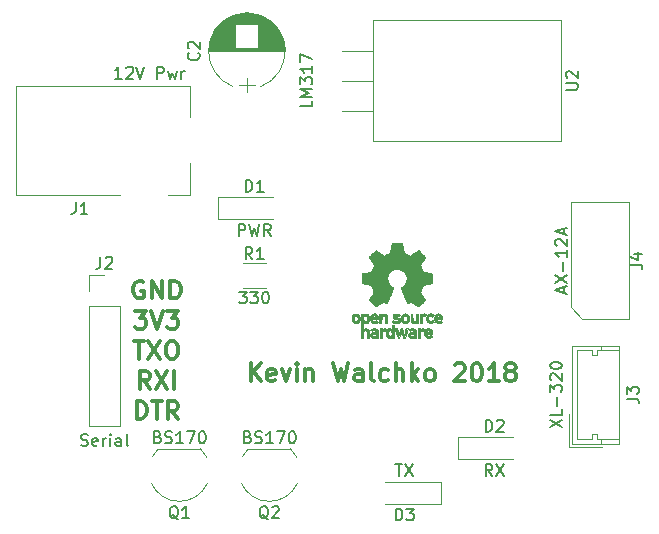
<source format=gbr>
G04 #@! TF.FileFunction,Legend,Top*
%FSLAX46Y46*%
G04 Gerber Fmt 4.6, Leading zero omitted, Abs format (unit mm)*
G04 Created by KiCad (PCBNEW 4.0.7) date Sunday, March 04, 2018 'PMt' 09:17:10 PM*
%MOMM*%
%LPD*%
G01*
G04 APERTURE LIST*
%ADD10C,0.100000*%
%ADD11C,0.300000*%
%ADD12C,0.120000*%
%ADD13C,0.010000*%
%ADD14C,0.150000*%
G04 APERTURE END LIST*
D10*
D11*
X57912143Y-37330000D02*
X57769286Y-37258571D01*
X57555000Y-37258571D01*
X57340715Y-37330000D01*
X57197857Y-37472857D01*
X57126429Y-37615714D01*
X57055000Y-37901429D01*
X57055000Y-38115714D01*
X57126429Y-38401429D01*
X57197857Y-38544286D01*
X57340715Y-38687143D01*
X57555000Y-38758571D01*
X57697857Y-38758571D01*
X57912143Y-38687143D01*
X57983572Y-38615714D01*
X57983572Y-38115714D01*
X57697857Y-38115714D01*
X58626429Y-38758571D02*
X58626429Y-37258571D01*
X59483572Y-38758571D01*
X59483572Y-37258571D01*
X60197858Y-38758571D02*
X60197858Y-37258571D01*
X60555001Y-37258571D01*
X60769286Y-37330000D01*
X60912144Y-37472857D01*
X60983572Y-37615714D01*
X61055001Y-37901429D01*
X61055001Y-38115714D01*
X60983572Y-38401429D01*
X60912144Y-38544286D01*
X60769286Y-38687143D01*
X60555001Y-38758571D01*
X60197858Y-38758571D01*
X57197858Y-39808571D02*
X58126429Y-39808571D01*
X57626429Y-40380000D01*
X57840715Y-40380000D01*
X57983572Y-40451429D01*
X58055001Y-40522857D01*
X58126429Y-40665714D01*
X58126429Y-41022857D01*
X58055001Y-41165714D01*
X57983572Y-41237143D01*
X57840715Y-41308571D01*
X57412143Y-41308571D01*
X57269286Y-41237143D01*
X57197858Y-41165714D01*
X58555000Y-39808571D02*
X59055000Y-41308571D01*
X59555000Y-39808571D01*
X59912143Y-39808571D02*
X60840714Y-39808571D01*
X60340714Y-40380000D01*
X60555000Y-40380000D01*
X60697857Y-40451429D01*
X60769286Y-40522857D01*
X60840714Y-40665714D01*
X60840714Y-41022857D01*
X60769286Y-41165714D01*
X60697857Y-41237143D01*
X60555000Y-41308571D01*
X60126428Y-41308571D01*
X59983571Y-41237143D01*
X59912143Y-41165714D01*
X57126429Y-42358571D02*
X57983572Y-42358571D01*
X57555001Y-43858571D02*
X57555001Y-42358571D01*
X58340715Y-42358571D02*
X59340715Y-43858571D01*
X59340715Y-42358571D02*
X58340715Y-43858571D01*
X60197857Y-42358571D02*
X60483571Y-42358571D01*
X60626429Y-42430000D01*
X60769286Y-42572857D01*
X60840714Y-42858571D01*
X60840714Y-43358571D01*
X60769286Y-43644286D01*
X60626429Y-43787143D01*
X60483571Y-43858571D01*
X60197857Y-43858571D01*
X60055000Y-43787143D01*
X59912143Y-43644286D01*
X59840714Y-43358571D01*
X59840714Y-42858571D01*
X59912143Y-42572857D01*
X60055000Y-42430000D01*
X60197857Y-42358571D01*
X58447858Y-46408571D02*
X57947858Y-45694286D01*
X57590715Y-46408571D02*
X57590715Y-44908571D01*
X58162143Y-44908571D01*
X58305001Y-44980000D01*
X58376429Y-45051429D01*
X58447858Y-45194286D01*
X58447858Y-45408571D01*
X58376429Y-45551429D01*
X58305001Y-45622857D01*
X58162143Y-45694286D01*
X57590715Y-45694286D01*
X58947858Y-44908571D02*
X59947858Y-46408571D01*
X59947858Y-44908571D02*
X58947858Y-46408571D01*
X60519286Y-46408571D02*
X60519286Y-44908571D01*
X57340715Y-48958571D02*
X57340715Y-47458571D01*
X57697858Y-47458571D01*
X57912143Y-47530000D01*
X58055001Y-47672857D01*
X58126429Y-47815714D01*
X58197858Y-48101429D01*
X58197858Y-48315714D01*
X58126429Y-48601429D01*
X58055001Y-48744286D01*
X57912143Y-48887143D01*
X57697858Y-48958571D01*
X57340715Y-48958571D01*
X58626429Y-47458571D02*
X59483572Y-47458571D01*
X59055001Y-48958571D02*
X59055001Y-47458571D01*
X60840715Y-48958571D02*
X60340715Y-48244286D01*
X59983572Y-48958571D02*
X59983572Y-47458571D01*
X60555000Y-47458571D01*
X60697858Y-47530000D01*
X60769286Y-47601429D01*
X60840715Y-47744286D01*
X60840715Y-47958571D01*
X60769286Y-48101429D01*
X60697858Y-48172857D01*
X60555000Y-48244286D01*
X59983572Y-48244286D01*
X66990001Y-45763571D02*
X66990001Y-44263571D01*
X67847144Y-45763571D02*
X67204287Y-44906429D01*
X67847144Y-44263571D02*
X66990001Y-45120714D01*
X69061429Y-45692143D02*
X68918572Y-45763571D01*
X68632858Y-45763571D01*
X68490001Y-45692143D01*
X68418572Y-45549286D01*
X68418572Y-44977857D01*
X68490001Y-44835000D01*
X68632858Y-44763571D01*
X68918572Y-44763571D01*
X69061429Y-44835000D01*
X69132858Y-44977857D01*
X69132858Y-45120714D01*
X68418572Y-45263571D01*
X69632858Y-44763571D02*
X69990001Y-45763571D01*
X70347143Y-44763571D01*
X70918572Y-45763571D02*
X70918572Y-44763571D01*
X70918572Y-44263571D02*
X70847143Y-44335000D01*
X70918572Y-44406429D01*
X70990000Y-44335000D01*
X70918572Y-44263571D01*
X70918572Y-44406429D01*
X71632858Y-44763571D02*
X71632858Y-45763571D01*
X71632858Y-44906429D02*
X71704286Y-44835000D01*
X71847144Y-44763571D01*
X72061429Y-44763571D01*
X72204286Y-44835000D01*
X72275715Y-44977857D01*
X72275715Y-45763571D01*
X73990001Y-44263571D02*
X74347144Y-45763571D01*
X74632858Y-44692143D01*
X74918572Y-45763571D01*
X75275715Y-44263571D01*
X76490001Y-45763571D02*
X76490001Y-44977857D01*
X76418572Y-44835000D01*
X76275715Y-44763571D01*
X75990001Y-44763571D01*
X75847144Y-44835000D01*
X76490001Y-45692143D02*
X76347144Y-45763571D01*
X75990001Y-45763571D01*
X75847144Y-45692143D01*
X75775715Y-45549286D01*
X75775715Y-45406429D01*
X75847144Y-45263571D01*
X75990001Y-45192143D01*
X76347144Y-45192143D01*
X76490001Y-45120714D01*
X77418573Y-45763571D02*
X77275715Y-45692143D01*
X77204287Y-45549286D01*
X77204287Y-44263571D01*
X78632858Y-45692143D02*
X78490001Y-45763571D01*
X78204287Y-45763571D01*
X78061429Y-45692143D01*
X77990001Y-45620714D01*
X77918572Y-45477857D01*
X77918572Y-45049286D01*
X77990001Y-44906429D01*
X78061429Y-44835000D01*
X78204287Y-44763571D01*
X78490001Y-44763571D01*
X78632858Y-44835000D01*
X79275715Y-45763571D02*
X79275715Y-44263571D01*
X79918572Y-45763571D02*
X79918572Y-44977857D01*
X79847143Y-44835000D01*
X79704286Y-44763571D01*
X79490001Y-44763571D01*
X79347143Y-44835000D01*
X79275715Y-44906429D01*
X80632858Y-45763571D02*
X80632858Y-44263571D01*
X80775715Y-45192143D02*
X81204286Y-45763571D01*
X81204286Y-44763571D02*
X80632858Y-45335000D01*
X82061430Y-45763571D02*
X81918572Y-45692143D01*
X81847144Y-45620714D01*
X81775715Y-45477857D01*
X81775715Y-45049286D01*
X81847144Y-44906429D01*
X81918572Y-44835000D01*
X82061430Y-44763571D01*
X82275715Y-44763571D01*
X82418572Y-44835000D01*
X82490001Y-44906429D01*
X82561430Y-45049286D01*
X82561430Y-45477857D01*
X82490001Y-45620714D01*
X82418572Y-45692143D01*
X82275715Y-45763571D01*
X82061430Y-45763571D01*
X84275715Y-44406429D02*
X84347144Y-44335000D01*
X84490001Y-44263571D01*
X84847144Y-44263571D01*
X84990001Y-44335000D01*
X85061430Y-44406429D01*
X85132858Y-44549286D01*
X85132858Y-44692143D01*
X85061430Y-44906429D01*
X84204287Y-45763571D01*
X85132858Y-45763571D01*
X86061429Y-44263571D02*
X86204286Y-44263571D01*
X86347143Y-44335000D01*
X86418572Y-44406429D01*
X86490001Y-44549286D01*
X86561429Y-44835000D01*
X86561429Y-45192143D01*
X86490001Y-45477857D01*
X86418572Y-45620714D01*
X86347143Y-45692143D01*
X86204286Y-45763571D01*
X86061429Y-45763571D01*
X85918572Y-45692143D01*
X85847143Y-45620714D01*
X85775715Y-45477857D01*
X85704286Y-45192143D01*
X85704286Y-44835000D01*
X85775715Y-44549286D01*
X85847143Y-44406429D01*
X85918572Y-44335000D01*
X86061429Y-44263571D01*
X87990000Y-45763571D02*
X87132857Y-45763571D01*
X87561429Y-45763571D02*
X87561429Y-44263571D01*
X87418572Y-44477857D01*
X87275714Y-44620714D01*
X87132857Y-44692143D01*
X88847143Y-44906429D02*
X88704285Y-44835000D01*
X88632857Y-44763571D01*
X88561428Y-44620714D01*
X88561428Y-44549286D01*
X88632857Y-44406429D01*
X88704285Y-44335000D01*
X88847143Y-44263571D01*
X89132857Y-44263571D01*
X89275714Y-44335000D01*
X89347143Y-44406429D01*
X89418571Y-44549286D01*
X89418571Y-44620714D01*
X89347143Y-44763571D01*
X89275714Y-44835000D01*
X89132857Y-44906429D01*
X88847143Y-44906429D01*
X88704285Y-44977857D01*
X88632857Y-45049286D01*
X88561428Y-45192143D01*
X88561428Y-45477857D01*
X88632857Y-45620714D01*
X88704285Y-45692143D01*
X88847143Y-45763571D01*
X89132857Y-45763571D01*
X89275714Y-45692143D01*
X89347143Y-45620714D01*
X89418571Y-45477857D01*
X89418571Y-45192143D01*
X89347143Y-45049286D01*
X89275714Y-44977857D01*
X89132857Y-44906429D01*
D12*
X65495864Y-14782180D02*
G75*
G03X65495000Y-20817482I1179136J-3017820D01*
G01*
X67854136Y-14782180D02*
G75*
G02X67855000Y-20817482I-1179136J-3017820D01*
G01*
X67854136Y-14782180D02*
G75*
G03X65495000Y-14782518I-1179136J-3017820D01*
G01*
X63475000Y-17800000D02*
X69875000Y-17800000D01*
X63475000Y-17760000D02*
X69875000Y-17760000D01*
X63475000Y-17720000D02*
X69875000Y-17720000D01*
X63477000Y-17680000D02*
X69873000Y-17680000D01*
X63478000Y-17640000D02*
X69872000Y-17640000D01*
X63481000Y-17600000D02*
X69869000Y-17600000D01*
X63483000Y-17560000D02*
X69867000Y-17560000D01*
X63487000Y-17520000D02*
X65695000Y-17520000D01*
X67655000Y-17520000D02*
X69863000Y-17520000D01*
X63490000Y-17480000D02*
X65695000Y-17480000D01*
X67655000Y-17480000D02*
X69860000Y-17480000D01*
X63495000Y-17440000D02*
X65695000Y-17440000D01*
X67655000Y-17440000D02*
X69855000Y-17440000D01*
X63499000Y-17400000D02*
X65695000Y-17400000D01*
X67655000Y-17400000D02*
X69851000Y-17400000D01*
X63505000Y-17360000D02*
X65695000Y-17360000D01*
X67655000Y-17360000D02*
X69845000Y-17360000D01*
X63510000Y-17320000D02*
X65695000Y-17320000D01*
X67655000Y-17320000D02*
X69840000Y-17320000D01*
X63517000Y-17280000D02*
X65695000Y-17280000D01*
X67655000Y-17280000D02*
X69833000Y-17280000D01*
X63523000Y-17240000D02*
X65695000Y-17240000D01*
X67655000Y-17240000D02*
X69827000Y-17240000D01*
X63531000Y-17200000D02*
X65695000Y-17200000D01*
X67655000Y-17200000D02*
X69819000Y-17200000D01*
X63538000Y-17160000D02*
X65695000Y-17160000D01*
X67655000Y-17160000D02*
X69812000Y-17160000D01*
X63547000Y-17120000D02*
X65695000Y-17120000D01*
X67655000Y-17120000D02*
X69803000Y-17120000D01*
X63556000Y-17079000D02*
X65695000Y-17079000D01*
X67655000Y-17079000D02*
X69794000Y-17079000D01*
X63565000Y-17039000D02*
X65695000Y-17039000D01*
X67655000Y-17039000D02*
X69785000Y-17039000D01*
X63575000Y-16999000D02*
X65695000Y-16999000D01*
X67655000Y-16999000D02*
X69775000Y-16999000D01*
X63585000Y-16959000D02*
X65695000Y-16959000D01*
X67655000Y-16959000D02*
X69765000Y-16959000D01*
X63596000Y-16919000D02*
X65695000Y-16919000D01*
X67655000Y-16919000D02*
X69754000Y-16919000D01*
X63608000Y-16879000D02*
X65695000Y-16879000D01*
X67655000Y-16879000D02*
X69742000Y-16879000D01*
X63620000Y-16839000D02*
X65695000Y-16839000D01*
X67655000Y-16839000D02*
X69730000Y-16839000D01*
X63633000Y-16799000D02*
X65695000Y-16799000D01*
X67655000Y-16799000D02*
X69717000Y-16799000D01*
X63646000Y-16759000D02*
X65695000Y-16759000D01*
X67655000Y-16759000D02*
X69704000Y-16759000D01*
X63660000Y-16719000D02*
X65695000Y-16719000D01*
X67655000Y-16719000D02*
X69690000Y-16719000D01*
X63674000Y-16679000D02*
X65695000Y-16679000D01*
X67655000Y-16679000D02*
X69676000Y-16679000D01*
X63689000Y-16639000D02*
X65695000Y-16639000D01*
X67655000Y-16639000D02*
X69661000Y-16639000D01*
X63705000Y-16599000D02*
X65695000Y-16599000D01*
X67655000Y-16599000D02*
X69645000Y-16599000D01*
X63721000Y-16559000D02*
X65695000Y-16559000D01*
X67655000Y-16559000D02*
X69629000Y-16559000D01*
X63738000Y-16519000D02*
X65695000Y-16519000D01*
X67655000Y-16519000D02*
X69612000Y-16519000D01*
X63756000Y-16479000D02*
X65695000Y-16479000D01*
X67655000Y-16479000D02*
X69594000Y-16479000D01*
X63774000Y-16439000D02*
X65695000Y-16439000D01*
X67655000Y-16439000D02*
X69576000Y-16439000D01*
X63793000Y-16399000D02*
X65695000Y-16399000D01*
X67655000Y-16399000D02*
X69557000Y-16399000D01*
X63812000Y-16359000D02*
X65695000Y-16359000D01*
X67655000Y-16359000D02*
X69538000Y-16359000D01*
X63832000Y-16319000D02*
X65695000Y-16319000D01*
X67655000Y-16319000D02*
X69518000Y-16319000D01*
X63853000Y-16279000D02*
X65695000Y-16279000D01*
X67655000Y-16279000D02*
X69497000Y-16279000D01*
X63875000Y-16239000D02*
X65695000Y-16239000D01*
X67655000Y-16239000D02*
X69475000Y-16239000D01*
X63897000Y-16199000D02*
X65695000Y-16199000D01*
X67655000Y-16199000D02*
X69453000Y-16199000D01*
X63920000Y-16159000D02*
X65695000Y-16159000D01*
X67655000Y-16159000D02*
X69430000Y-16159000D01*
X63944000Y-16119000D02*
X65695000Y-16119000D01*
X67655000Y-16119000D02*
X69406000Y-16119000D01*
X63969000Y-16079000D02*
X65695000Y-16079000D01*
X67655000Y-16079000D02*
X69381000Y-16079000D01*
X63994000Y-16039000D02*
X65695000Y-16039000D01*
X67655000Y-16039000D02*
X69356000Y-16039000D01*
X64021000Y-15999000D02*
X65695000Y-15999000D01*
X67655000Y-15999000D02*
X69329000Y-15999000D01*
X64048000Y-15959000D02*
X65695000Y-15959000D01*
X67655000Y-15959000D02*
X69302000Y-15959000D01*
X64076000Y-15919000D02*
X65695000Y-15919000D01*
X67655000Y-15919000D02*
X69274000Y-15919000D01*
X64105000Y-15879000D02*
X65695000Y-15879000D01*
X67655000Y-15879000D02*
X69245000Y-15879000D01*
X64135000Y-15839000D02*
X65695000Y-15839000D01*
X67655000Y-15839000D02*
X69215000Y-15839000D01*
X64165000Y-15799000D02*
X65695000Y-15799000D01*
X67655000Y-15799000D02*
X69185000Y-15799000D01*
X64197000Y-15759000D02*
X65695000Y-15759000D01*
X67655000Y-15759000D02*
X69153000Y-15759000D01*
X64230000Y-15719000D02*
X65695000Y-15719000D01*
X67655000Y-15719000D02*
X69120000Y-15719000D01*
X64264000Y-15679000D02*
X65695000Y-15679000D01*
X67655000Y-15679000D02*
X69086000Y-15679000D01*
X64300000Y-15639000D02*
X65695000Y-15639000D01*
X67655000Y-15639000D02*
X69050000Y-15639000D01*
X64336000Y-15599000D02*
X65695000Y-15599000D01*
X67655000Y-15599000D02*
X69014000Y-15599000D01*
X64374000Y-15559000D02*
X68976000Y-15559000D01*
X64413000Y-15519000D02*
X68937000Y-15519000D01*
X64453000Y-15479000D02*
X68897000Y-15479000D01*
X64495000Y-15439000D02*
X68855000Y-15439000D01*
X64538000Y-15399000D02*
X68812000Y-15399000D01*
X64583000Y-15359000D02*
X68767000Y-15359000D01*
X64630000Y-15319000D02*
X68720000Y-15319000D01*
X64678000Y-15279000D02*
X68672000Y-15279000D01*
X64729000Y-15239000D02*
X68621000Y-15239000D01*
X64781000Y-15199000D02*
X68569000Y-15199000D01*
X64836000Y-15159000D02*
X68514000Y-15159000D01*
X64894000Y-15119000D02*
X68456000Y-15119000D01*
X64954000Y-15079000D02*
X68396000Y-15079000D01*
X65017000Y-15039000D02*
X68333000Y-15039000D01*
X65084000Y-14999000D02*
X68266000Y-14999000D01*
X65155000Y-14959000D02*
X68195000Y-14959000D01*
X65230000Y-14919000D02*
X68120000Y-14919000D01*
X65311000Y-14879000D02*
X68039000Y-14879000D01*
X65397000Y-14839000D02*
X67953000Y-14839000D01*
X65491000Y-14799000D02*
X67859000Y-14799000D01*
X65594000Y-14759000D02*
X67756000Y-14759000D01*
X65709000Y-14719000D02*
X67641000Y-14719000D01*
X65841000Y-14679000D02*
X67509000Y-14679000D01*
X65999000Y-14639000D02*
X67351000Y-14639000D01*
X66207000Y-14599000D02*
X67143000Y-14599000D01*
X66675000Y-21250000D02*
X66675000Y-20050000D01*
X66025000Y-20650000D02*
X67325000Y-20650000D01*
X64210000Y-30165000D02*
X64210000Y-32065000D01*
X64210000Y-32065000D02*
X68910000Y-32065000D01*
X64210000Y-30165000D02*
X68910000Y-30165000D01*
X84530000Y-50485000D02*
X84530000Y-52385000D01*
X84530000Y-52385000D02*
X89230000Y-52385000D01*
X84530000Y-50485000D02*
X89230000Y-50485000D01*
X55960000Y-30000000D02*
X47160000Y-30000000D01*
X47160000Y-30000000D02*
X47160000Y-20800000D01*
X61860000Y-27300000D02*
X61860000Y-30000000D01*
X61860000Y-30000000D02*
X59960000Y-30000000D01*
X47160000Y-20800000D02*
X61860000Y-20800000D01*
X61860000Y-20800000D02*
X61860000Y-23400000D01*
X68310000Y-37900000D02*
X66310000Y-37900000D01*
X66310000Y-35760000D02*
X68310000Y-35760000D01*
X77350000Y-15200000D02*
X77350000Y-25440000D01*
X93240000Y-15200000D02*
X93240000Y-25440000D01*
X93240000Y-15200000D02*
X77350000Y-15200000D01*
X93240000Y-25440000D02*
X77350000Y-25440000D01*
X77350000Y-17780000D02*
X74710000Y-17780000D01*
X77350000Y-20320000D02*
X74726000Y-20320000D01*
X77350000Y-22860000D02*
X74726000Y-22860000D01*
X94235000Y-51045000D02*
X98185000Y-51045000D01*
X98185000Y-51045000D02*
X98185000Y-42745000D01*
X98185000Y-42745000D02*
X94235000Y-42745000D01*
X94235000Y-42745000D02*
X94235000Y-51045000D01*
X93985000Y-48545000D02*
X93985000Y-51295000D01*
X93985000Y-51295000D02*
X96735000Y-51295000D01*
X96685000Y-51045000D02*
X96685000Y-50645000D01*
X96685000Y-42745000D02*
X96685000Y-43145000D01*
X94635000Y-46895000D02*
X94635000Y-50645000D01*
X94635000Y-50645000D02*
X95885000Y-50645000D01*
X95885000Y-50645000D02*
X95885000Y-50245000D01*
X95885000Y-50245000D02*
X96285000Y-50245000D01*
X96285000Y-50245000D02*
X96285000Y-50645000D01*
X96285000Y-50645000D02*
X98185000Y-50645000D01*
X94635000Y-46895000D02*
X94635000Y-43145000D01*
X94635000Y-43145000D02*
X95885000Y-43145000D01*
X95885000Y-43145000D02*
X95885000Y-43545000D01*
X95885000Y-43545000D02*
X96285000Y-43545000D01*
X96285000Y-43545000D02*
X96285000Y-43145000D01*
X96285000Y-43145000D02*
X98185000Y-43145000D01*
X94085000Y-39470000D02*
X95085000Y-40470000D01*
X98985000Y-30570000D02*
X94085000Y-30570000D01*
X94085000Y-30570000D02*
X94085000Y-39470000D01*
X95085000Y-40470000D02*
X98985000Y-40470000D01*
X98985000Y-40470000D02*
X98985000Y-30570000D01*
X83110000Y-56195000D02*
X83110000Y-54295000D01*
X83110000Y-54295000D02*
X78410000Y-54295000D01*
X83110000Y-56195000D02*
X78410000Y-56195000D01*
X53280000Y-49590000D02*
X55940000Y-49590000D01*
X53280000Y-39370000D02*
X53280000Y-49590000D01*
X55940000Y-39370000D02*
X55940000Y-49590000D01*
X53280000Y-39370000D02*
X55940000Y-39370000D01*
X53280000Y-38100000D02*
X53280000Y-36770000D01*
X53280000Y-36770000D02*
X54610000Y-36770000D01*
D13*
G36*
X76838360Y-40052468D02*
X76873592Y-40069874D01*
X76917040Y-40100206D01*
X76948706Y-40133283D01*
X76970394Y-40174817D01*
X76983903Y-40230522D01*
X76991038Y-40306111D01*
X76993600Y-40407296D01*
X76993750Y-40450797D01*
X76993312Y-40546135D01*
X76991496Y-40614271D01*
X76987545Y-40661418D01*
X76980702Y-40693790D01*
X76970211Y-40717600D01*
X76959296Y-40733843D01*
X76889619Y-40802952D01*
X76807566Y-40844521D01*
X76719050Y-40857023D01*
X76629981Y-40838934D01*
X76601763Y-40826142D01*
X76534210Y-40790931D01*
X76534210Y-41342700D01*
X76583512Y-41317205D01*
X76648473Y-41297480D01*
X76728320Y-41292427D01*
X76808052Y-41301756D01*
X76868265Y-41322714D01*
X76918208Y-41362627D01*
X76960881Y-41419741D01*
X76964090Y-41425605D01*
X76977622Y-41453227D01*
X76987505Y-41481068D01*
X76994309Y-41514794D01*
X76998601Y-41560071D01*
X77000951Y-41622562D01*
X77001928Y-41707935D01*
X77002105Y-41804010D01*
X77002105Y-42110526D01*
X76818289Y-42110526D01*
X76818289Y-41545339D01*
X76766875Y-41502077D01*
X76713466Y-41467472D01*
X76662888Y-41461180D01*
X76612030Y-41477372D01*
X76584925Y-41493227D01*
X76564751Y-41515810D01*
X76550403Y-41549940D01*
X76540776Y-41600434D01*
X76534763Y-41672111D01*
X76531260Y-41769788D01*
X76530026Y-41834802D01*
X76525855Y-42102171D01*
X76438125Y-42107222D01*
X76350394Y-42112273D01*
X76350394Y-40453101D01*
X76534210Y-40453101D01*
X76538896Y-40545600D01*
X76554688Y-40609809D01*
X76584183Y-40649759D01*
X76629980Y-40669480D01*
X76676250Y-40673421D01*
X76728628Y-40668892D01*
X76763390Y-40651069D01*
X76785128Y-40627519D01*
X76802240Y-40602189D01*
X76812427Y-40573969D01*
X76816960Y-40534431D01*
X76817109Y-40475142D01*
X76815584Y-40425498D01*
X76812081Y-40350710D01*
X76806867Y-40301611D01*
X76798087Y-40270467D01*
X76783886Y-40249545D01*
X76770484Y-40237452D01*
X76714487Y-40211081D01*
X76648211Y-40206822D01*
X76610156Y-40215906D01*
X76572477Y-40248196D01*
X76547519Y-40311006D01*
X76535422Y-40403894D01*
X76534210Y-40453101D01*
X76350394Y-40453101D01*
X76350394Y-40038421D01*
X76442302Y-40038421D01*
X76497483Y-40040603D01*
X76525952Y-40048351D01*
X76534206Y-40063468D01*
X76534210Y-40063916D01*
X76538040Y-40078720D01*
X76554933Y-40077039D01*
X76588519Y-40060772D01*
X76666778Y-40035887D01*
X76754827Y-40033271D01*
X76838360Y-40052468D01*
X76838360Y-40052468D01*
G37*
X76838360Y-40052468D02*
X76873592Y-40069874D01*
X76917040Y-40100206D01*
X76948706Y-40133283D01*
X76970394Y-40174817D01*
X76983903Y-40230522D01*
X76991038Y-40306111D01*
X76993600Y-40407296D01*
X76993750Y-40450797D01*
X76993312Y-40546135D01*
X76991496Y-40614271D01*
X76987545Y-40661418D01*
X76980702Y-40693790D01*
X76970211Y-40717600D01*
X76959296Y-40733843D01*
X76889619Y-40802952D01*
X76807566Y-40844521D01*
X76719050Y-40857023D01*
X76629981Y-40838934D01*
X76601763Y-40826142D01*
X76534210Y-40790931D01*
X76534210Y-41342700D01*
X76583512Y-41317205D01*
X76648473Y-41297480D01*
X76728320Y-41292427D01*
X76808052Y-41301756D01*
X76868265Y-41322714D01*
X76918208Y-41362627D01*
X76960881Y-41419741D01*
X76964090Y-41425605D01*
X76977622Y-41453227D01*
X76987505Y-41481068D01*
X76994309Y-41514794D01*
X76998601Y-41560071D01*
X77000951Y-41622562D01*
X77001928Y-41707935D01*
X77002105Y-41804010D01*
X77002105Y-42110526D01*
X76818289Y-42110526D01*
X76818289Y-41545339D01*
X76766875Y-41502077D01*
X76713466Y-41467472D01*
X76662888Y-41461180D01*
X76612030Y-41477372D01*
X76584925Y-41493227D01*
X76564751Y-41515810D01*
X76550403Y-41549940D01*
X76540776Y-41600434D01*
X76534763Y-41672111D01*
X76531260Y-41769788D01*
X76530026Y-41834802D01*
X76525855Y-42102171D01*
X76438125Y-42107222D01*
X76350394Y-42112273D01*
X76350394Y-40453101D01*
X76534210Y-40453101D01*
X76538896Y-40545600D01*
X76554688Y-40609809D01*
X76584183Y-40649759D01*
X76629980Y-40669480D01*
X76676250Y-40673421D01*
X76728628Y-40668892D01*
X76763390Y-40651069D01*
X76785128Y-40627519D01*
X76802240Y-40602189D01*
X76812427Y-40573969D01*
X76816960Y-40534431D01*
X76817109Y-40475142D01*
X76815584Y-40425498D01*
X76812081Y-40350710D01*
X76806867Y-40301611D01*
X76798087Y-40270467D01*
X76783886Y-40249545D01*
X76770484Y-40237452D01*
X76714487Y-40211081D01*
X76648211Y-40206822D01*
X76610156Y-40215906D01*
X76572477Y-40248196D01*
X76547519Y-40311006D01*
X76535422Y-40403894D01*
X76534210Y-40453101D01*
X76350394Y-40453101D01*
X76350394Y-40038421D01*
X76442302Y-40038421D01*
X76497483Y-40040603D01*
X76525952Y-40048351D01*
X76534206Y-40063468D01*
X76534210Y-40063916D01*
X76538040Y-40078720D01*
X76554933Y-40077039D01*
X76588519Y-40060772D01*
X76666778Y-40035887D01*
X76754827Y-40033271D01*
X76838360Y-40052468D01*
G36*
X77535457Y-41298184D02*
X77614070Y-41319160D01*
X77673916Y-41357180D01*
X77716147Y-41406978D01*
X77729275Y-41428230D01*
X77738968Y-41450492D01*
X77745744Y-41478970D01*
X77750123Y-41518871D01*
X77752624Y-41575401D01*
X77753768Y-41653767D01*
X77754072Y-41759176D01*
X77754078Y-41787142D01*
X77754078Y-42110526D01*
X77673868Y-42110526D01*
X77622706Y-42106943D01*
X77584877Y-42097866D01*
X77575399Y-42092268D01*
X77549488Y-42082606D01*
X77523024Y-42092268D01*
X77479452Y-42104330D01*
X77416160Y-42109185D01*
X77346010Y-42107078D01*
X77281860Y-42098256D01*
X77244407Y-42086937D01*
X77171933Y-42040412D01*
X77126640Y-41975846D01*
X77106278Y-41890000D01*
X77106088Y-41887796D01*
X77107875Y-41849713D01*
X77269473Y-41849713D01*
X77283601Y-41893030D01*
X77306612Y-41917408D01*
X77352804Y-41935845D01*
X77413775Y-41943205D01*
X77475949Y-41939583D01*
X77525751Y-41925074D01*
X77539703Y-41915765D01*
X77564085Y-41872753D01*
X77570263Y-41823857D01*
X77570263Y-41759605D01*
X77477818Y-41759605D01*
X77389995Y-41766366D01*
X77323418Y-41785520D01*
X77282002Y-41815376D01*
X77269473Y-41849713D01*
X77107875Y-41849713D01*
X77110490Y-41794004D01*
X77141424Y-41719847D01*
X77199581Y-41663767D01*
X77207620Y-41658665D01*
X77242163Y-41642055D01*
X77284918Y-41631996D01*
X77344686Y-41627107D01*
X77415690Y-41625983D01*
X77570263Y-41625921D01*
X77570263Y-41561125D01*
X77563706Y-41510850D01*
X77546975Y-41477169D01*
X77545016Y-41475376D01*
X77507783Y-41460642D01*
X77451580Y-41454931D01*
X77389467Y-41457737D01*
X77334510Y-41468556D01*
X77301899Y-41484782D01*
X77284228Y-41497780D01*
X77265569Y-41500262D01*
X77239819Y-41489613D01*
X77200873Y-41463218D01*
X77142630Y-41418465D01*
X77137284Y-41414273D01*
X77140023Y-41398760D01*
X77162876Y-41372960D01*
X77197609Y-41344289D01*
X77235990Y-41320166D01*
X77248048Y-41314470D01*
X77292034Y-41303103D01*
X77356487Y-41294995D01*
X77428497Y-41291743D01*
X77431864Y-41291736D01*
X77535457Y-41298184D01*
X77535457Y-41298184D01*
G37*
X77535457Y-41298184D02*
X77614070Y-41319160D01*
X77673916Y-41357180D01*
X77716147Y-41406978D01*
X77729275Y-41428230D01*
X77738968Y-41450492D01*
X77745744Y-41478970D01*
X77750123Y-41518871D01*
X77752624Y-41575401D01*
X77753768Y-41653767D01*
X77754072Y-41759176D01*
X77754078Y-41787142D01*
X77754078Y-42110526D01*
X77673868Y-42110526D01*
X77622706Y-42106943D01*
X77584877Y-42097866D01*
X77575399Y-42092268D01*
X77549488Y-42082606D01*
X77523024Y-42092268D01*
X77479452Y-42104330D01*
X77416160Y-42109185D01*
X77346010Y-42107078D01*
X77281860Y-42098256D01*
X77244407Y-42086937D01*
X77171933Y-42040412D01*
X77126640Y-41975846D01*
X77106278Y-41890000D01*
X77106088Y-41887796D01*
X77107875Y-41849713D01*
X77269473Y-41849713D01*
X77283601Y-41893030D01*
X77306612Y-41917408D01*
X77352804Y-41935845D01*
X77413775Y-41943205D01*
X77475949Y-41939583D01*
X77525751Y-41925074D01*
X77539703Y-41915765D01*
X77564085Y-41872753D01*
X77570263Y-41823857D01*
X77570263Y-41759605D01*
X77477818Y-41759605D01*
X77389995Y-41766366D01*
X77323418Y-41785520D01*
X77282002Y-41815376D01*
X77269473Y-41849713D01*
X77107875Y-41849713D01*
X77110490Y-41794004D01*
X77141424Y-41719847D01*
X77199581Y-41663767D01*
X77207620Y-41658665D01*
X77242163Y-41642055D01*
X77284918Y-41631996D01*
X77344686Y-41627107D01*
X77415690Y-41625983D01*
X77570263Y-41625921D01*
X77570263Y-41561125D01*
X77563706Y-41510850D01*
X77546975Y-41477169D01*
X77545016Y-41475376D01*
X77507783Y-41460642D01*
X77451580Y-41454931D01*
X77389467Y-41457737D01*
X77334510Y-41468556D01*
X77301899Y-41484782D01*
X77284228Y-41497780D01*
X77265569Y-41500262D01*
X77239819Y-41489613D01*
X77200873Y-41463218D01*
X77142630Y-41418465D01*
X77137284Y-41414273D01*
X77140023Y-41398760D01*
X77162876Y-41372960D01*
X77197609Y-41344289D01*
X77235990Y-41320166D01*
X77248048Y-41314470D01*
X77292034Y-41303103D01*
X77356487Y-41294995D01*
X77428497Y-41291743D01*
X77431864Y-41291736D01*
X77535457Y-41298184D01*
G36*
X78054881Y-41293486D02*
X78079888Y-41300982D01*
X78087950Y-41317451D01*
X78088289Y-41324886D01*
X78089736Y-41345594D01*
X78099698Y-41348845D01*
X78126612Y-41334648D01*
X78142598Y-41324948D01*
X78193033Y-41304175D01*
X78253272Y-41293904D01*
X78316434Y-41293114D01*
X78375637Y-41300786D01*
X78424002Y-41315898D01*
X78454646Y-41337432D01*
X78460689Y-41364366D01*
X78457639Y-41371660D01*
X78435406Y-41401937D01*
X78400930Y-41439175D01*
X78394694Y-41445195D01*
X78361833Y-41472875D01*
X78333480Y-41481818D01*
X78293827Y-41475576D01*
X78277942Y-41471429D01*
X78228509Y-41461467D01*
X78193752Y-41465947D01*
X78164400Y-41481746D01*
X78137513Y-41502949D01*
X78117710Y-41529614D01*
X78103948Y-41566827D01*
X78095184Y-41619673D01*
X78090374Y-41693237D01*
X78088474Y-41792605D01*
X78088289Y-41852601D01*
X78088289Y-42110526D01*
X77921184Y-42110526D01*
X77921184Y-41291710D01*
X78004736Y-41291710D01*
X78054881Y-41293486D01*
X78054881Y-41293486D01*
G37*
X78054881Y-41293486D02*
X78079888Y-41300982D01*
X78087950Y-41317451D01*
X78088289Y-41324886D01*
X78089736Y-41345594D01*
X78099698Y-41348845D01*
X78126612Y-41334648D01*
X78142598Y-41324948D01*
X78193033Y-41304175D01*
X78253272Y-41293904D01*
X78316434Y-41293114D01*
X78375637Y-41300786D01*
X78424002Y-41315898D01*
X78454646Y-41337432D01*
X78460689Y-41364366D01*
X78457639Y-41371660D01*
X78435406Y-41401937D01*
X78400930Y-41439175D01*
X78394694Y-41445195D01*
X78361833Y-41472875D01*
X78333480Y-41481818D01*
X78293827Y-41475576D01*
X78277942Y-41471429D01*
X78228509Y-41461467D01*
X78193752Y-41465947D01*
X78164400Y-41481746D01*
X78137513Y-41502949D01*
X78117710Y-41529614D01*
X78103948Y-41566827D01*
X78095184Y-41619673D01*
X78090374Y-41693237D01*
X78088474Y-41792605D01*
X78088289Y-41852601D01*
X78088289Y-42110526D01*
X77921184Y-42110526D01*
X77921184Y-41291710D01*
X78004736Y-41291710D01*
X78054881Y-41293486D01*
G36*
X79107631Y-42110526D02*
X79015723Y-42110526D01*
X78962377Y-42108962D01*
X78934593Y-42102485D01*
X78924590Y-42088418D01*
X78923815Y-42078906D01*
X78922128Y-42059832D01*
X78911490Y-42056174D01*
X78883535Y-42067932D01*
X78861795Y-42078906D01*
X78778332Y-42104911D01*
X78687604Y-42106416D01*
X78613842Y-42087021D01*
X78545154Y-42040165D01*
X78492794Y-41971004D01*
X78464122Y-41889427D01*
X78463392Y-41884866D01*
X78459132Y-41835101D01*
X78457014Y-41763659D01*
X78457184Y-41709626D01*
X78639720Y-41709626D01*
X78643949Y-41781441D01*
X78653568Y-41840634D01*
X78666590Y-41874060D01*
X78715856Y-41919740D01*
X78774350Y-41936115D01*
X78834671Y-41922873D01*
X78886217Y-41883373D01*
X78905738Y-41856807D01*
X78917152Y-41825106D01*
X78922498Y-41778832D01*
X78923815Y-41709328D01*
X78921458Y-41640499D01*
X78915233Y-41580026D01*
X78906408Y-41539556D01*
X78904937Y-41535929D01*
X78869347Y-41492802D01*
X78817400Y-41469124D01*
X78759278Y-41465301D01*
X78705160Y-41481738D01*
X78665226Y-41518840D01*
X78661083Y-41526222D01*
X78648116Y-41571239D01*
X78641052Y-41635967D01*
X78639720Y-41709626D01*
X78457184Y-41709626D01*
X78457271Y-41682230D01*
X78458472Y-41638405D01*
X78466645Y-41529988D01*
X78483630Y-41448588D01*
X78511887Y-41388412D01*
X78553872Y-41343666D01*
X78594632Y-41317400D01*
X78651581Y-41298935D01*
X78722411Y-41292602D01*
X78794941Y-41297760D01*
X78856986Y-41313769D01*
X78889768Y-41332920D01*
X78923815Y-41363732D01*
X78923815Y-40974210D01*
X79107631Y-40974210D01*
X79107631Y-42110526D01*
X79107631Y-42110526D01*
G37*
X79107631Y-42110526D02*
X79015723Y-42110526D01*
X78962377Y-42108962D01*
X78934593Y-42102485D01*
X78924590Y-42088418D01*
X78923815Y-42078906D01*
X78922128Y-42059832D01*
X78911490Y-42056174D01*
X78883535Y-42067932D01*
X78861795Y-42078906D01*
X78778332Y-42104911D01*
X78687604Y-42106416D01*
X78613842Y-42087021D01*
X78545154Y-42040165D01*
X78492794Y-41971004D01*
X78464122Y-41889427D01*
X78463392Y-41884866D01*
X78459132Y-41835101D01*
X78457014Y-41763659D01*
X78457184Y-41709626D01*
X78639720Y-41709626D01*
X78643949Y-41781441D01*
X78653568Y-41840634D01*
X78666590Y-41874060D01*
X78715856Y-41919740D01*
X78774350Y-41936115D01*
X78834671Y-41922873D01*
X78886217Y-41883373D01*
X78905738Y-41856807D01*
X78917152Y-41825106D01*
X78922498Y-41778832D01*
X78923815Y-41709328D01*
X78921458Y-41640499D01*
X78915233Y-41580026D01*
X78906408Y-41539556D01*
X78904937Y-41535929D01*
X78869347Y-41492802D01*
X78817400Y-41469124D01*
X78759278Y-41465301D01*
X78705160Y-41481738D01*
X78665226Y-41518840D01*
X78661083Y-41526222D01*
X78648116Y-41571239D01*
X78641052Y-41635967D01*
X78639720Y-41709626D01*
X78457184Y-41709626D01*
X78457271Y-41682230D01*
X78458472Y-41638405D01*
X78466645Y-41529988D01*
X78483630Y-41448588D01*
X78511887Y-41388412D01*
X78553872Y-41343666D01*
X78594632Y-41317400D01*
X78651581Y-41298935D01*
X78722411Y-41292602D01*
X78794941Y-41297760D01*
X78856986Y-41313769D01*
X78889768Y-41332920D01*
X78923815Y-41363732D01*
X78923815Y-40974210D01*
X79107631Y-40974210D01*
X79107631Y-42110526D01*
G36*
X79749130Y-41295104D02*
X79815220Y-41300066D01*
X79901626Y-41559079D01*
X79988031Y-41818092D01*
X80015124Y-41726184D01*
X80031428Y-41669384D01*
X80052875Y-41592625D01*
X80076035Y-41508251D01*
X80088280Y-41462993D01*
X80134344Y-41291710D01*
X80324387Y-41291710D01*
X80267582Y-41471349D01*
X80239607Y-41559704D01*
X80205813Y-41666281D01*
X80170520Y-41777454D01*
X80139013Y-41876579D01*
X80067250Y-42102171D01*
X79912286Y-42112253D01*
X79870270Y-41973528D01*
X79844359Y-41887351D01*
X79816083Y-41792347D01*
X79791369Y-41708441D01*
X79790394Y-41705102D01*
X79771935Y-41648248D01*
X79755649Y-41609456D01*
X79744242Y-41594787D01*
X79741898Y-41596483D01*
X79733671Y-41619225D01*
X79718038Y-41667940D01*
X79696904Y-41736502D01*
X79672170Y-41818785D01*
X79658787Y-41864046D01*
X79586311Y-42110526D01*
X79432495Y-42110526D01*
X79309531Y-41722006D01*
X79274988Y-41613022D01*
X79243521Y-41514048D01*
X79216616Y-41429736D01*
X79195759Y-41364734D01*
X79182438Y-41323692D01*
X79178388Y-41311701D01*
X79181594Y-41299423D01*
X79206765Y-41294046D01*
X79259146Y-41294584D01*
X79267345Y-41294990D01*
X79364482Y-41300066D01*
X79428100Y-41534013D01*
X79451484Y-41619333D01*
X79472381Y-41694335D01*
X79488951Y-41752507D01*
X79499354Y-41787337D01*
X79501276Y-41793016D01*
X79509241Y-41786486D01*
X79525304Y-41752654D01*
X79547621Y-41696127D01*
X79574345Y-41621510D01*
X79596937Y-41554107D01*
X79683041Y-41290143D01*
X79749130Y-41295104D01*
X79749130Y-41295104D01*
G37*
X79749130Y-41295104D02*
X79815220Y-41300066D01*
X79901626Y-41559079D01*
X79988031Y-41818092D01*
X80015124Y-41726184D01*
X80031428Y-41669384D01*
X80052875Y-41592625D01*
X80076035Y-41508251D01*
X80088280Y-41462993D01*
X80134344Y-41291710D01*
X80324387Y-41291710D01*
X80267582Y-41471349D01*
X80239607Y-41559704D01*
X80205813Y-41666281D01*
X80170520Y-41777454D01*
X80139013Y-41876579D01*
X80067250Y-42102171D01*
X79912286Y-42112253D01*
X79870270Y-41973528D01*
X79844359Y-41887351D01*
X79816083Y-41792347D01*
X79791369Y-41708441D01*
X79790394Y-41705102D01*
X79771935Y-41648248D01*
X79755649Y-41609456D01*
X79744242Y-41594787D01*
X79741898Y-41596483D01*
X79733671Y-41619225D01*
X79718038Y-41667940D01*
X79696904Y-41736502D01*
X79672170Y-41818785D01*
X79658787Y-41864046D01*
X79586311Y-42110526D01*
X79432495Y-42110526D01*
X79309531Y-41722006D01*
X79274988Y-41613022D01*
X79243521Y-41514048D01*
X79216616Y-41429736D01*
X79195759Y-41364734D01*
X79182438Y-41323692D01*
X79178388Y-41311701D01*
X79181594Y-41299423D01*
X79206765Y-41294046D01*
X79259146Y-41294584D01*
X79267345Y-41294990D01*
X79364482Y-41300066D01*
X79428100Y-41534013D01*
X79451484Y-41619333D01*
X79472381Y-41694335D01*
X79488951Y-41752507D01*
X79499354Y-41787337D01*
X79501276Y-41793016D01*
X79509241Y-41786486D01*
X79525304Y-41752654D01*
X79547621Y-41696127D01*
X79574345Y-41621510D01*
X79596937Y-41554107D01*
X79683041Y-41290143D01*
X79749130Y-41295104D01*
G36*
X80754992Y-41296673D02*
X80825427Y-41313780D01*
X80845787Y-41322844D01*
X80885253Y-41346583D01*
X80915541Y-41373321D01*
X80937952Y-41407699D01*
X80953786Y-41454360D01*
X80964343Y-41517946D01*
X80970924Y-41603099D01*
X80974828Y-41714462D01*
X80976310Y-41788849D01*
X80981765Y-42110526D01*
X80888580Y-42110526D01*
X80832047Y-42108156D01*
X80802922Y-42100055D01*
X80795394Y-42086451D01*
X80791420Y-42071741D01*
X80773652Y-42074554D01*
X80749440Y-42086348D01*
X80688828Y-42104427D01*
X80610929Y-42109299D01*
X80528995Y-42101330D01*
X80456281Y-42080889D01*
X80449759Y-42078051D01*
X80383302Y-42031365D01*
X80339491Y-41966464D01*
X80319332Y-41890600D01*
X80320872Y-41863344D01*
X80485345Y-41863344D01*
X80499837Y-41900024D01*
X80542805Y-41926309D01*
X80612129Y-41940417D01*
X80649177Y-41942290D01*
X80710919Y-41937494D01*
X80751960Y-41918858D01*
X80761973Y-41910000D01*
X80789100Y-41861806D01*
X80795394Y-41818092D01*
X80795394Y-41759605D01*
X80713930Y-41759605D01*
X80619234Y-41764432D01*
X80552813Y-41779613D01*
X80510846Y-41806200D01*
X80501449Y-41818052D01*
X80485345Y-41863344D01*
X80320872Y-41863344D01*
X80323829Y-41811026D01*
X80353985Y-41734995D01*
X80395131Y-41683612D01*
X80420052Y-41661397D01*
X80444448Y-41646798D01*
X80476191Y-41637897D01*
X80523152Y-41632775D01*
X80593204Y-41629515D01*
X80620990Y-41628577D01*
X80795394Y-41622879D01*
X80795138Y-41570091D01*
X80788384Y-41514603D01*
X80763964Y-41481052D01*
X80714630Y-41459618D01*
X80713306Y-41459236D01*
X80643360Y-41450808D01*
X80574914Y-41461816D01*
X80524047Y-41488585D01*
X80503637Y-41501803D01*
X80481654Y-41499974D01*
X80447826Y-41480824D01*
X80427961Y-41467308D01*
X80389106Y-41438432D01*
X80365038Y-41416786D01*
X80361176Y-41410589D01*
X80377079Y-41378519D01*
X80424065Y-41340219D01*
X80444473Y-41327297D01*
X80503143Y-41305041D01*
X80582212Y-41292432D01*
X80670041Y-41289600D01*
X80754992Y-41296673D01*
X80754992Y-41296673D01*
G37*
X80754992Y-41296673D02*
X80825427Y-41313780D01*
X80845787Y-41322844D01*
X80885253Y-41346583D01*
X80915541Y-41373321D01*
X80937952Y-41407699D01*
X80953786Y-41454360D01*
X80964343Y-41517946D01*
X80970924Y-41603099D01*
X80974828Y-41714462D01*
X80976310Y-41788849D01*
X80981765Y-42110526D01*
X80888580Y-42110526D01*
X80832047Y-42108156D01*
X80802922Y-42100055D01*
X80795394Y-42086451D01*
X80791420Y-42071741D01*
X80773652Y-42074554D01*
X80749440Y-42086348D01*
X80688828Y-42104427D01*
X80610929Y-42109299D01*
X80528995Y-42101330D01*
X80456281Y-42080889D01*
X80449759Y-42078051D01*
X80383302Y-42031365D01*
X80339491Y-41966464D01*
X80319332Y-41890600D01*
X80320872Y-41863344D01*
X80485345Y-41863344D01*
X80499837Y-41900024D01*
X80542805Y-41926309D01*
X80612129Y-41940417D01*
X80649177Y-41942290D01*
X80710919Y-41937494D01*
X80751960Y-41918858D01*
X80761973Y-41910000D01*
X80789100Y-41861806D01*
X80795394Y-41818092D01*
X80795394Y-41759605D01*
X80713930Y-41759605D01*
X80619234Y-41764432D01*
X80552813Y-41779613D01*
X80510846Y-41806200D01*
X80501449Y-41818052D01*
X80485345Y-41863344D01*
X80320872Y-41863344D01*
X80323829Y-41811026D01*
X80353985Y-41734995D01*
X80395131Y-41683612D01*
X80420052Y-41661397D01*
X80444448Y-41646798D01*
X80476191Y-41637897D01*
X80523152Y-41632775D01*
X80593204Y-41629515D01*
X80620990Y-41628577D01*
X80795394Y-41622879D01*
X80795138Y-41570091D01*
X80788384Y-41514603D01*
X80763964Y-41481052D01*
X80714630Y-41459618D01*
X80713306Y-41459236D01*
X80643360Y-41450808D01*
X80574914Y-41461816D01*
X80524047Y-41488585D01*
X80503637Y-41501803D01*
X80481654Y-41499974D01*
X80447826Y-41480824D01*
X80427961Y-41467308D01*
X80389106Y-41438432D01*
X80365038Y-41416786D01*
X80361176Y-41410589D01*
X80377079Y-41378519D01*
X80424065Y-41340219D01*
X80444473Y-41327297D01*
X80503143Y-41305041D01*
X80582212Y-41292432D01*
X80670041Y-41289600D01*
X80754992Y-41296673D01*
G36*
X81548167Y-41291447D02*
X81612408Y-41304112D01*
X81648980Y-41322864D01*
X81687453Y-41354017D01*
X81632717Y-41423127D01*
X81598969Y-41464979D01*
X81576053Y-41485398D01*
X81553279Y-41488517D01*
X81519956Y-41478472D01*
X81504314Y-41472789D01*
X81440542Y-41464404D01*
X81382140Y-41482378D01*
X81339264Y-41522982D01*
X81332299Y-41535929D01*
X81324713Y-41570224D01*
X81318859Y-41633427D01*
X81315011Y-41721060D01*
X81313443Y-41828640D01*
X81313421Y-41843944D01*
X81313421Y-42110526D01*
X81129605Y-42110526D01*
X81129605Y-41291710D01*
X81221513Y-41291710D01*
X81274507Y-41293094D01*
X81302115Y-41299252D01*
X81312324Y-41313194D01*
X81313421Y-41326344D01*
X81313421Y-41360978D01*
X81357450Y-41326344D01*
X81407937Y-41302716D01*
X81475760Y-41291033D01*
X81548167Y-41291447D01*
X81548167Y-41291447D01*
G37*
X81548167Y-41291447D02*
X81612408Y-41304112D01*
X81648980Y-41322864D01*
X81687453Y-41354017D01*
X81632717Y-41423127D01*
X81598969Y-41464979D01*
X81576053Y-41485398D01*
X81553279Y-41488517D01*
X81519956Y-41478472D01*
X81504314Y-41472789D01*
X81440542Y-41464404D01*
X81382140Y-41482378D01*
X81339264Y-41522982D01*
X81332299Y-41535929D01*
X81324713Y-41570224D01*
X81318859Y-41633427D01*
X81315011Y-41721060D01*
X81313443Y-41828640D01*
X81313421Y-41843944D01*
X81313421Y-42110526D01*
X81129605Y-42110526D01*
X81129605Y-41291710D01*
X81221513Y-41291710D01*
X81274507Y-41293094D01*
X81302115Y-41299252D01*
X81312324Y-41313194D01*
X81313421Y-41326344D01*
X81313421Y-41360978D01*
X81357450Y-41326344D01*
X81407937Y-41302716D01*
X81475760Y-41291033D01*
X81548167Y-41291447D01*
G36*
X82076193Y-41296078D02*
X82156068Y-41316845D01*
X82222962Y-41359705D01*
X82255351Y-41391723D01*
X82308445Y-41467413D01*
X82338873Y-41555216D01*
X82349327Y-41663150D01*
X82349380Y-41671875D01*
X82349473Y-41759605D01*
X81844534Y-41759605D01*
X81855298Y-41805559D01*
X81874732Y-41847178D01*
X81908745Y-41890544D01*
X81915860Y-41897467D01*
X81977003Y-41934935D01*
X82046729Y-41941289D01*
X82126987Y-41916638D01*
X82140592Y-41910000D01*
X82182319Y-41889819D01*
X82210268Y-41878321D01*
X82215145Y-41877258D01*
X82232168Y-41887583D01*
X82264633Y-41912845D01*
X82281114Y-41926650D01*
X82315264Y-41958361D01*
X82326478Y-41979299D01*
X82318695Y-41998560D01*
X82314535Y-42003827D01*
X82286357Y-42026878D01*
X82239862Y-42054892D01*
X82207434Y-42071246D01*
X82115385Y-42100059D01*
X82013476Y-42109395D01*
X81916963Y-42098332D01*
X81889934Y-42090412D01*
X81806276Y-42045581D01*
X81744266Y-41976598D01*
X81703545Y-41882794D01*
X81683755Y-41763498D01*
X81681582Y-41701118D01*
X81687926Y-41610298D01*
X81848157Y-41610298D01*
X81863655Y-41617012D01*
X81905312Y-41622280D01*
X81965876Y-41625389D01*
X82006907Y-41625921D01*
X82080711Y-41625408D01*
X82127293Y-41623006D01*
X82152848Y-41617422D01*
X82163569Y-41607361D01*
X82165657Y-41592763D01*
X82151331Y-41547796D01*
X82115262Y-41503353D01*
X82067815Y-41469242D01*
X82020349Y-41455288D01*
X81955879Y-41467666D01*
X81900070Y-41503452D01*
X81861374Y-41555033D01*
X81848157Y-41610298D01*
X81687926Y-41610298D01*
X81690821Y-41568866D01*
X81719336Y-41463498D01*
X81767729Y-41384178D01*
X81836604Y-41330071D01*
X81926565Y-41300343D01*
X81975300Y-41294618D01*
X82076193Y-41296078D01*
X82076193Y-41296078D01*
G37*
X82076193Y-41296078D02*
X82156068Y-41316845D01*
X82222962Y-41359705D01*
X82255351Y-41391723D01*
X82308445Y-41467413D01*
X82338873Y-41555216D01*
X82349327Y-41663150D01*
X82349380Y-41671875D01*
X82349473Y-41759605D01*
X81844534Y-41759605D01*
X81855298Y-41805559D01*
X81874732Y-41847178D01*
X81908745Y-41890544D01*
X81915860Y-41897467D01*
X81977003Y-41934935D01*
X82046729Y-41941289D01*
X82126987Y-41916638D01*
X82140592Y-41910000D01*
X82182319Y-41889819D01*
X82210268Y-41878321D01*
X82215145Y-41877258D01*
X82232168Y-41887583D01*
X82264633Y-41912845D01*
X82281114Y-41926650D01*
X82315264Y-41958361D01*
X82326478Y-41979299D01*
X82318695Y-41998560D01*
X82314535Y-42003827D01*
X82286357Y-42026878D01*
X82239862Y-42054892D01*
X82207434Y-42071246D01*
X82115385Y-42100059D01*
X82013476Y-42109395D01*
X81916963Y-42098332D01*
X81889934Y-42090412D01*
X81806276Y-42045581D01*
X81744266Y-41976598D01*
X81703545Y-41882794D01*
X81683755Y-41763498D01*
X81681582Y-41701118D01*
X81687926Y-41610298D01*
X81848157Y-41610298D01*
X81863655Y-41617012D01*
X81905312Y-41622280D01*
X81965876Y-41625389D01*
X82006907Y-41625921D01*
X82080711Y-41625408D01*
X82127293Y-41623006D01*
X82152848Y-41617422D01*
X82163569Y-41607361D01*
X82165657Y-41592763D01*
X82151331Y-41547796D01*
X82115262Y-41503353D01*
X82067815Y-41469242D01*
X82020349Y-41455288D01*
X81955879Y-41467666D01*
X81900070Y-41503452D01*
X81861374Y-41555033D01*
X81848157Y-41610298D01*
X81687926Y-41610298D01*
X81690821Y-41568866D01*
X81719336Y-41463498D01*
X81767729Y-41384178D01*
X81836604Y-41330071D01*
X81926565Y-41300343D01*
X81975300Y-41294618D01*
X82076193Y-41296078D01*
G36*
X76001784Y-40047104D02*
X76089205Y-40085754D01*
X76155570Y-40150290D01*
X76200976Y-40240812D01*
X76225518Y-40357418D01*
X76227277Y-40375624D01*
X76228656Y-40503984D01*
X76210784Y-40616496D01*
X76174750Y-40707688D01*
X76155455Y-40737022D01*
X76088245Y-40799106D01*
X76002650Y-40839316D01*
X75906890Y-40856003D01*
X75809187Y-40847517D01*
X75734917Y-40821380D01*
X75671047Y-40777335D01*
X75618846Y-40719587D01*
X75617943Y-40718236D01*
X75596744Y-40682593D01*
X75582967Y-40646752D01*
X75574624Y-40601519D01*
X75569727Y-40537701D01*
X75567569Y-40485368D01*
X75566671Y-40437910D01*
X75733743Y-40437910D01*
X75735376Y-40485154D01*
X75741304Y-40548046D01*
X75751761Y-40588407D01*
X75770619Y-40617122D01*
X75788281Y-40633896D01*
X75850894Y-40669016D01*
X75916408Y-40673710D01*
X75977421Y-40648440D01*
X76007928Y-40620124D01*
X76029911Y-40591589D01*
X76042769Y-40564284D01*
X76048412Y-40528750D01*
X76048751Y-40475524D01*
X76047012Y-40426506D01*
X76043271Y-40356482D01*
X76037341Y-40311064D01*
X76026653Y-40281440D01*
X76008639Y-40258797D01*
X75994363Y-40245855D01*
X75934651Y-40211860D01*
X75870234Y-40210165D01*
X75816219Y-40230301D01*
X75770140Y-40272352D01*
X75742689Y-40341428D01*
X75733743Y-40437910D01*
X75566671Y-40437910D01*
X75565599Y-40381299D01*
X75568964Y-40303468D01*
X75579045Y-40244930D01*
X75597226Y-40198737D01*
X75624890Y-40157942D01*
X75635146Y-40145828D01*
X75699278Y-40085474D01*
X75768066Y-40050220D01*
X75852189Y-40035450D01*
X75893209Y-40034243D01*
X76001784Y-40047104D01*
X76001784Y-40047104D01*
G37*
X76001784Y-40047104D02*
X76089205Y-40085754D01*
X76155570Y-40150290D01*
X76200976Y-40240812D01*
X76225518Y-40357418D01*
X76227277Y-40375624D01*
X76228656Y-40503984D01*
X76210784Y-40616496D01*
X76174750Y-40707688D01*
X76155455Y-40737022D01*
X76088245Y-40799106D01*
X76002650Y-40839316D01*
X75906890Y-40856003D01*
X75809187Y-40847517D01*
X75734917Y-40821380D01*
X75671047Y-40777335D01*
X75618846Y-40719587D01*
X75617943Y-40718236D01*
X75596744Y-40682593D01*
X75582967Y-40646752D01*
X75574624Y-40601519D01*
X75569727Y-40537701D01*
X75567569Y-40485368D01*
X75566671Y-40437910D01*
X75733743Y-40437910D01*
X75735376Y-40485154D01*
X75741304Y-40548046D01*
X75751761Y-40588407D01*
X75770619Y-40617122D01*
X75788281Y-40633896D01*
X75850894Y-40669016D01*
X75916408Y-40673710D01*
X75977421Y-40648440D01*
X76007928Y-40620124D01*
X76029911Y-40591589D01*
X76042769Y-40564284D01*
X76048412Y-40528750D01*
X76048751Y-40475524D01*
X76047012Y-40426506D01*
X76043271Y-40356482D01*
X76037341Y-40311064D01*
X76026653Y-40281440D01*
X76008639Y-40258797D01*
X75994363Y-40245855D01*
X75934651Y-40211860D01*
X75870234Y-40210165D01*
X75816219Y-40230301D01*
X75770140Y-40272352D01*
X75742689Y-40341428D01*
X75733743Y-40437910D01*
X75566671Y-40437910D01*
X75565599Y-40381299D01*
X75568964Y-40303468D01*
X75579045Y-40244930D01*
X75597226Y-40198737D01*
X75624890Y-40157942D01*
X75635146Y-40145828D01*
X75699278Y-40085474D01*
X75768066Y-40050220D01*
X75852189Y-40035450D01*
X75893209Y-40034243D01*
X76001784Y-40047104D01*
G36*
X77572018Y-40057027D02*
X77588670Y-40064866D01*
X77646305Y-40107086D01*
X77700805Y-40168700D01*
X77741499Y-40236543D01*
X77753074Y-40267734D01*
X77763634Y-40323449D01*
X77769931Y-40390781D01*
X77770696Y-40418585D01*
X77770789Y-40506316D01*
X77265850Y-40506316D01*
X77276613Y-40552270D01*
X77303033Y-40606620D01*
X77349222Y-40653591D01*
X77404172Y-40683848D01*
X77439189Y-40690131D01*
X77486677Y-40682506D01*
X77543335Y-40663383D01*
X77562582Y-40654584D01*
X77633759Y-40619036D01*
X77694502Y-40665367D01*
X77729552Y-40696703D01*
X77748202Y-40722567D01*
X77749147Y-40730158D01*
X77732485Y-40748556D01*
X77695970Y-40776515D01*
X77662828Y-40798327D01*
X77573393Y-40837537D01*
X77473129Y-40855285D01*
X77373754Y-40850670D01*
X77294539Y-40826551D01*
X77212880Y-40774884D01*
X77154849Y-40706856D01*
X77118546Y-40618843D01*
X77102072Y-40507216D01*
X77100611Y-40456138D01*
X77106457Y-40339091D01*
X77107175Y-40335686D01*
X77274489Y-40335686D01*
X77279097Y-40346662D01*
X77298036Y-40352715D01*
X77337098Y-40355310D01*
X77402077Y-40355910D01*
X77427097Y-40355921D01*
X77503221Y-40355014D01*
X77551496Y-40351720D01*
X77577460Y-40345181D01*
X77586648Y-40334537D01*
X77586973Y-40331119D01*
X77576487Y-40303956D01*
X77550242Y-40265903D01*
X77538959Y-40252579D01*
X77497072Y-40214896D01*
X77453409Y-40200080D01*
X77429885Y-40198842D01*
X77366243Y-40214329D01*
X77312873Y-40255930D01*
X77279019Y-40316353D01*
X77278419Y-40318322D01*
X77274489Y-40335686D01*
X77107175Y-40335686D01*
X77125899Y-40246928D01*
X77160922Y-40173190D01*
X77203756Y-40120848D01*
X77282948Y-40064092D01*
X77376040Y-40033762D01*
X77475055Y-40031021D01*
X77572018Y-40057027D01*
X77572018Y-40057027D01*
G37*
X77572018Y-40057027D02*
X77588670Y-40064866D01*
X77646305Y-40107086D01*
X77700805Y-40168700D01*
X77741499Y-40236543D01*
X77753074Y-40267734D01*
X77763634Y-40323449D01*
X77769931Y-40390781D01*
X77770696Y-40418585D01*
X77770789Y-40506316D01*
X77265850Y-40506316D01*
X77276613Y-40552270D01*
X77303033Y-40606620D01*
X77349222Y-40653591D01*
X77404172Y-40683848D01*
X77439189Y-40690131D01*
X77486677Y-40682506D01*
X77543335Y-40663383D01*
X77562582Y-40654584D01*
X77633759Y-40619036D01*
X77694502Y-40665367D01*
X77729552Y-40696703D01*
X77748202Y-40722567D01*
X77749147Y-40730158D01*
X77732485Y-40748556D01*
X77695970Y-40776515D01*
X77662828Y-40798327D01*
X77573393Y-40837537D01*
X77473129Y-40855285D01*
X77373754Y-40850670D01*
X77294539Y-40826551D01*
X77212880Y-40774884D01*
X77154849Y-40706856D01*
X77118546Y-40618843D01*
X77102072Y-40507216D01*
X77100611Y-40456138D01*
X77106457Y-40339091D01*
X77107175Y-40335686D01*
X77274489Y-40335686D01*
X77279097Y-40346662D01*
X77298036Y-40352715D01*
X77337098Y-40355310D01*
X77402077Y-40355910D01*
X77427097Y-40355921D01*
X77503221Y-40355014D01*
X77551496Y-40351720D01*
X77577460Y-40345181D01*
X77586648Y-40334537D01*
X77586973Y-40331119D01*
X77576487Y-40303956D01*
X77550242Y-40265903D01*
X77538959Y-40252579D01*
X77497072Y-40214896D01*
X77453409Y-40200080D01*
X77429885Y-40198842D01*
X77366243Y-40214329D01*
X77312873Y-40255930D01*
X77279019Y-40316353D01*
X77278419Y-40318322D01*
X77274489Y-40335686D01*
X77107175Y-40335686D01*
X77125899Y-40246928D01*
X77160922Y-40173190D01*
X77203756Y-40120848D01*
X77282948Y-40064092D01*
X77376040Y-40033762D01*
X77475055Y-40031021D01*
X77572018Y-40057027D01*
G36*
X79393628Y-40035547D02*
X79456908Y-40047548D01*
X79522557Y-40072648D01*
X79529572Y-40075848D01*
X79579356Y-40102026D01*
X79613834Y-40126353D01*
X79624978Y-40141937D01*
X79614366Y-40167353D01*
X79588588Y-40204853D01*
X79577146Y-40218852D01*
X79529992Y-40273954D01*
X79469201Y-40238086D01*
X79411347Y-40214192D01*
X79344500Y-40201420D01*
X79280394Y-40200613D01*
X79230764Y-40212615D01*
X79218854Y-40220105D01*
X79196172Y-40254450D01*
X79193416Y-40294013D01*
X79210388Y-40324920D01*
X79220427Y-40330913D01*
X79250510Y-40338357D01*
X79303389Y-40347106D01*
X79368575Y-40355467D01*
X79380600Y-40356778D01*
X79485297Y-40374888D01*
X79561232Y-40405651D01*
X79611592Y-40451907D01*
X79639564Y-40516497D01*
X79648278Y-40595387D01*
X79636240Y-40685065D01*
X79597151Y-40755486D01*
X79530855Y-40806777D01*
X79437194Y-40839067D01*
X79333223Y-40851807D01*
X79248438Y-40851654D01*
X79179665Y-40840083D01*
X79132697Y-40824109D01*
X79073350Y-40796275D01*
X79018506Y-40763973D01*
X78999013Y-40749755D01*
X78948881Y-40708835D01*
X79069803Y-40586477D01*
X79138543Y-40631967D01*
X79207488Y-40666133D01*
X79281111Y-40684004D01*
X79351883Y-40685889D01*
X79412274Y-40672101D01*
X79454757Y-40642949D01*
X79468474Y-40618352D01*
X79466417Y-40578904D01*
X79432330Y-40548737D01*
X79366308Y-40527906D01*
X79293974Y-40518279D01*
X79182652Y-40499910D01*
X79099952Y-40465254D01*
X79044765Y-40413297D01*
X79015988Y-40343023D01*
X79012001Y-40259707D01*
X79031693Y-40172681D01*
X79076589Y-40106902D01*
X79147091Y-40062068D01*
X79243601Y-40037879D01*
X79315100Y-40033137D01*
X79393628Y-40035547D01*
X79393628Y-40035547D01*
G37*
X79393628Y-40035547D02*
X79456908Y-40047548D01*
X79522557Y-40072648D01*
X79529572Y-40075848D01*
X79579356Y-40102026D01*
X79613834Y-40126353D01*
X79624978Y-40141937D01*
X79614366Y-40167353D01*
X79588588Y-40204853D01*
X79577146Y-40218852D01*
X79529992Y-40273954D01*
X79469201Y-40238086D01*
X79411347Y-40214192D01*
X79344500Y-40201420D01*
X79280394Y-40200613D01*
X79230764Y-40212615D01*
X79218854Y-40220105D01*
X79196172Y-40254450D01*
X79193416Y-40294013D01*
X79210388Y-40324920D01*
X79220427Y-40330913D01*
X79250510Y-40338357D01*
X79303389Y-40347106D01*
X79368575Y-40355467D01*
X79380600Y-40356778D01*
X79485297Y-40374888D01*
X79561232Y-40405651D01*
X79611592Y-40451907D01*
X79639564Y-40516497D01*
X79648278Y-40595387D01*
X79636240Y-40685065D01*
X79597151Y-40755486D01*
X79530855Y-40806777D01*
X79437194Y-40839067D01*
X79333223Y-40851807D01*
X79248438Y-40851654D01*
X79179665Y-40840083D01*
X79132697Y-40824109D01*
X79073350Y-40796275D01*
X79018506Y-40763973D01*
X78999013Y-40749755D01*
X78948881Y-40708835D01*
X79069803Y-40586477D01*
X79138543Y-40631967D01*
X79207488Y-40666133D01*
X79281111Y-40684004D01*
X79351883Y-40685889D01*
X79412274Y-40672101D01*
X79454757Y-40642949D01*
X79468474Y-40618352D01*
X79466417Y-40578904D01*
X79432330Y-40548737D01*
X79366308Y-40527906D01*
X79293974Y-40518279D01*
X79182652Y-40499910D01*
X79099952Y-40465254D01*
X79044765Y-40413297D01*
X79015988Y-40343023D01*
X79012001Y-40259707D01*
X79031693Y-40172681D01*
X79076589Y-40106902D01*
X79147091Y-40062068D01*
X79243601Y-40037879D01*
X79315100Y-40033137D01*
X79393628Y-40035547D01*
G36*
X80186669Y-40048310D02*
X80271192Y-40094340D01*
X80337321Y-40167006D01*
X80368478Y-40226106D01*
X80381855Y-40278305D01*
X80390522Y-40352719D01*
X80394237Y-40438442D01*
X80392754Y-40524569D01*
X80385831Y-40600193D01*
X80377745Y-40640584D01*
X80350465Y-40695840D01*
X80303220Y-40754530D01*
X80246282Y-40805852D01*
X80189924Y-40839005D01*
X80188550Y-40839531D01*
X80118616Y-40854018D01*
X80035737Y-40854377D01*
X79956977Y-40841188D01*
X79926566Y-40830617D01*
X79848239Y-40786201D01*
X79792143Y-40728007D01*
X79755286Y-40650965D01*
X79734680Y-40550001D01*
X79730018Y-40497116D01*
X79730613Y-40430663D01*
X79909736Y-40430663D01*
X79915770Y-40527630D01*
X79933138Y-40601523D01*
X79960740Y-40648736D01*
X79980404Y-40662237D01*
X80030787Y-40671651D01*
X80090673Y-40668864D01*
X80142449Y-40655316D01*
X80156027Y-40647862D01*
X80191849Y-40604451D01*
X80215493Y-40538014D01*
X80225558Y-40457161D01*
X80220642Y-40370502D01*
X80209655Y-40318349D01*
X80178109Y-40257951D01*
X80128311Y-40220197D01*
X80068337Y-40207143D01*
X80006264Y-40220849D01*
X79958582Y-40254372D01*
X79933525Y-40282031D01*
X79918900Y-40309294D01*
X79911929Y-40346190D01*
X79909833Y-40402750D01*
X79909736Y-40430663D01*
X79730613Y-40430663D01*
X79731282Y-40355994D01*
X79754265Y-40240271D01*
X79798972Y-40149941D01*
X79865405Y-40085000D01*
X79953565Y-40045445D01*
X79972495Y-40040858D01*
X80086266Y-40030090D01*
X80186669Y-40048310D01*
X80186669Y-40048310D01*
G37*
X80186669Y-40048310D02*
X80271192Y-40094340D01*
X80337321Y-40167006D01*
X80368478Y-40226106D01*
X80381855Y-40278305D01*
X80390522Y-40352719D01*
X80394237Y-40438442D01*
X80392754Y-40524569D01*
X80385831Y-40600193D01*
X80377745Y-40640584D01*
X80350465Y-40695840D01*
X80303220Y-40754530D01*
X80246282Y-40805852D01*
X80189924Y-40839005D01*
X80188550Y-40839531D01*
X80118616Y-40854018D01*
X80035737Y-40854377D01*
X79956977Y-40841188D01*
X79926566Y-40830617D01*
X79848239Y-40786201D01*
X79792143Y-40728007D01*
X79755286Y-40650965D01*
X79734680Y-40550001D01*
X79730018Y-40497116D01*
X79730613Y-40430663D01*
X79909736Y-40430663D01*
X79915770Y-40527630D01*
X79933138Y-40601523D01*
X79960740Y-40648736D01*
X79980404Y-40662237D01*
X80030787Y-40671651D01*
X80090673Y-40668864D01*
X80142449Y-40655316D01*
X80156027Y-40647862D01*
X80191849Y-40604451D01*
X80215493Y-40538014D01*
X80225558Y-40457161D01*
X80220642Y-40370502D01*
X80209655Y-40318349D01*
X80178109Y-40257951D01*
X80128311Y-40220197D01*
X80068337Y-40207143D01*
X80006264Y-40220849D01*
X79958582Y-40254372D01*
X79933525Y-40282031D01*
X79918900Y-40309294D01*
X79911929Y-40346190D01*
X79909833Y-40402750D01*
X79909736Y-40430663D01*
X79730613Y-40430663D01*
X79731282Y-40355994D01*
X79754265Y-40240271D01*
X79798972Y-40149941D01*
X79865405Y-40085000D01*
X79953565Y-40045445D01*
X79972495Y-40040858D01*
X80086266Y-40030090D01*
X80186669Y-40048310D01*
G36*
X80695131Y-40298533D02*
X80696710Y-40421089D01*
X80702481Y-40514179D01*
X80713991Y-40581651D01*
X80732790Y-40627355D01*
X80760426Y-40655139D01*
X80798448Y-40668854D01*
X80845526Y-40672358D01*
X80894832Y-40668432D01*
X80932283Y-40654089D01*
X80959428Y-40625478D01*
X80977815Y-40578751D01*
X80988993Y-40510058D01*
X80994511Y-40415550D01*
X80995921Y-40298533D01*
X80995921Y-40038421D01*
X81179736Y-40038421D01*
X81179736Y-40840526D01*
X81087828Y-40840526D01*
X81032422Y-40838281D01*
X81003891Y-40830396D01*
X80995921Y-40815428D01*
X80991120Y-40802097D01*
X80972014Y-40804917D01*
X80933504Y-40823783D01*
X80845239Y-40852887D01*
X80751623Y-40850825D01*
X80661921Y-40819221D01*
X80619204Y-40794257D01*
X80586621Y-40767226D01*
X80562817Y-40733405D01*
X80546439Y-40688068D01*
X80536131Y-40626489D01*
X80530541Y-40543943D01*
X80528312Y-40435705D01*
X80528026Y-40352004D01*
X80528026Y-40038421D01*
X80695131Y-40038421D01*
X80695131Y-40298533D01*
X80695131Y-40298533D01*
G37*
X80695131Y-40298533D02*
X80696710Y-40421089D01*
X80702481Y-40514179D01*
X80713991Y-40581651D01*
X80732790Y-40627355D01*
X80760426Y-40655139D01*
X80798448Y-40668854D01*
X80845526Y-40672358D01*
X80894832Y-40668432D01*
X80932283Y-40654089D01*
X80959428Y-40625478D01*
X80977815Y-40578751D01*
X80988993Y-40510058D01*
X80994511Y-40415550D01*
X80995921Y-40298533D01*
X80995921Y-40038421D01*
X81179736Y-40038421D01*
X81179736Y-40840526D01*
X81087828Y-40840526D01*
X81032422Y-40838281D01*
X81003891Y-40830396D01*
X80995921Y-40815428D01*
X80991120Y-40802097D01*
X80972014Y-40804917D01*
X80933504Y-40823783D01*
X80845239Y-40852887D01*
X80751623Y-40850825D01*
X80661921Y-40819221D01*
X80619204Y-40794257D01*
X80586621Y-40767226D01*
X80562817Y-40733405D01*
X80546439Y-40688068D01*
X80536131Y-40626489D01*
X80530541Y-40543943D01*
X80528312Y-40435705D01*
X80528026Y-40352004D01*
X80528026Y-40038421D01*
X80695131Y-40038421D01*
X80695131Y-40298533D01*
G36*
X82321576Y-40045419D02*
X82418395Y-40086549D01*
X82448890Y-40106571D01*
X82487865Y-40137340D01*
X82512331Y-40161533D01*
X82516578Y-40169413D01*
X82504584Y-40186899D01*
X82473887Y-40216570D01*
X82449312Y-40237279D01*
X82382046Y-40291336D01*
X82328930Y-40246642D01*
X82287884Y-40217789D01*
X82247863Y-40207829D01*
X82202059Y-40210261D01*
X82129324Y-40228345D01*
X82079256Y-40265881D01*
X82048829Y-40326562D01*
X82035017Y-40414081D01*
X82035013Y-40414136D01*
X82036208Y-40511958D01*
X82054772Y-40583730D01*
X82091804Y-40632595D01*
X82117050Y-40649143D01*
X82184097Y-40669749D01*
X82255709Y-40669762D01*
X82318015Y-40649768D01*
X82332763Y-40640000D01*
X82369750Y-40615047D01*
X82398668Y-40610958D01*
X82429856Y-40629530D01*
X82464336Y-40662887D01*
X82518912Y-40719196D01*
X82458318Y-40769142D01*
X82364698Y-40825513D01*
X82259125Y-40853293D01*
X82148798Y-40851282D01*
X82076343Y-40832862D01*
X81991656Y-40787310D01*
X81923927Y-40715650D01*
X81893157Y-40665066D01*
X81868236Y-40592488D01*
X81855766Y-40500569D01*
X81855670Y-40400948D01*
X81867870Y-40305267D01*
X81892290Y-40225169D01*
X81896136Y-40216956D01*
X81953093Y-40136413D01*
X82030209Y-40077771D01*
X82121390Y-40042247D01*
X82220543Y-40031057D01*
X82321576Y-40045419D01*
X82321576Y-40045419D01*
G37*
X82321576Y-40045419D02*
X82418395Y-40086549D01*
X82448890Y-40106571D01*
X82487865Y-40137340D01*
X82512331Y-40161533D01*
X82516578Y-40169413D01*
X82504584Y-40186899D01*
X82473887Y-40216570D01*
X82449312Y-40237279D01*
X82382046Y-40291336D01*
X82328930Y-40246642D01*
X82287884Y-40217789D01*
X82247863Y-40207829D01*
X82202059Y-40210261D01*
X82129324Y-40228345D01*
X82079256Y-40265881D01*
X82048829Y-40326562D01*
X82035017Y-40414081D01*
X82035013Y-40414136D01*
X82036208Y-40511958D01*
X82054772Y-40583730D01*
X82091804Y-40632595D01*
X82117050Y-40649143D01*
X82184097Y-40669749D01*
X82255709Y-40669762D01*
X82318015Y-40649768D01*
X82332763Y-40640000D01*
X82369750Y-40615047D01*
X82398668Y-40610958D01*
X82429856Y-40629530D01*
X82464336Y-40662887D01*
X82518912Y-40719196D01*
X82458318Y-40769142D01*
X82364698Y-40825513D01*
X82259125Y-40853293D01*
X82148798Y-40851282D01*
X82076343Y-40832862D01*
X81991656Y-40787310D01*
X81923927Y-40715650D01*
X81893157Y-40665066D01*
X81868236Y-40592488D01*
X81855766Y-40500569D01*
X81855670Y-40400948D01*
X81867870Y-40305267D01*
X81892290Y-40225169D01*
X81896136Y-40216956D01*
X81953093Y-40136413D01*
X82030209Y-40077771D01*
X82121390Y-40042247D01*
X82220543Y-40031057D01*
X82321576Y-40045419D01*
G36*
X82933784Y-40035554D02*
X82976574Y-40045949D01*
X83058609Y-40084013D01*
X83128757Y-40142149D01*
X83177305Y-40211852D01*
X83183975Y-40227502D01*
X83193124Y-40268496D01*
X83199529Y-40329138D01*
X83201710Y-40390430D01*
X83201710Y-40506316D01*
X82959407Y-40506316D01*
X82859471Y-40506693D01*
X82789069Y-40508987D01*
X82744313Y-40514938D01*
X82721315Y-40526285D01*
X82716189Y-40544771D01*
X82725048Y-40572136D01*
X82740917Y-40604155D01*
X82785184Y-40657592D01*
X82846699Y-40684215D01*
X82921885Y-40683347D01*
X83007053Y-40654371D01*
X83080659Y-40618611D01*
X83141734Y-40666904D01*
X83202810Y-40715197D01*
X83145351Y-40768285D01*
X83068641Y-40818445D01*
X82974302Y-40848688D01*
X82872827Y-40857151D01*
X82774711Y-40841974D01*
X82758881Y-40836824D01*
X82672647Y-40791791D01*
X82608501Y-40724652D01*
X82565091Y-40633405D01*
X82541064Y-40516044D01*
X82540784Y-40513529D01*
X82538633Y-40385627D01*
X82547329Y-40339997D01*
X82717105Y-40339997D01*
X82732697Y-40347013D01*
X82775029Y-40352388D01*
X82837434Y-40355457D01*
X82876981Y-40355921D01*
X82950728Y-40355630D01*
X82996840Y-40353783D01*
X83021100Y-40348912D01*
X83029294Y-40339555D01*
X83027206Y-40324245D01*
X83025455Y-40318322D01*
X82995560Y-40262668D01*
X82948542Y-40217815D01*
X82907049Y-40198105D01*
X82851926Y-40199295D01*
X82796068Y-40223875D01*
X82749212Y-40264570D01*
X82721094Y-40314108D01*
X82717105Y-40339997D01*
X82547329Y-40339997D01*
X82560074Y-40273133D01*
X82602611Y-40178727D01*
X82663747Y-40105088D01*
X82740985Y-40054893D01*
X82831830Y-40030822D01*
X82933784Y-40035554D01*
X82933784Y-40035554D01*
G37*
X82933784Y-40035554D02*
X82976574Y-40045949D01*
X83058609Y-40084013D01*
X83128757Y-40142149D01*
X83177305Y-40211852D01*
X83183975Y-40227502D01*
X83193124Y-40268496D01*
X83199529Y-40329138D01*
X83201710Y-40390430D01*
X83201710Y-40506316D01*
X82959407Y-40506316D01*
X82859471Y-40506693D01*
X82789069Y-40508987D01*
X82744313Y-40514938D01*
X82721315Y-40526285D01*
X82716189Y-40544771D01*
X82725048Y-40572136D01*
X82740917Y-40604155D01*
X82785184Y-40657592D01*
X82846699Y-40684215D01*
X82921885Y-40683347D01*
X83007053Y-40654371D01*
X83080659Y-40618611D01*
X83141734Y-40666904D01*
X83202810Y-40715197D01*
X83145351Y-40768285D01*
X83068641Y-40818445D01*
X82974302Y-40848688D01*
X82872827Y-40857151D01*
X82774711Y-40841974D01*
X82758881Y-40836824D01*
X82672647Y-40791791D01*
X82608501Y-40724652D01*
X82565091Y-40633405D01*
X82541064Y-40516044D01*
X82540784Y-40513529D01*
X82538633Y-40385627D01*
X82547329Y-40339997D01*
X82717105Y-40339997D01*
X82732697Y-40347013D01*
X82775029Y-40352388D01*
X82837434Y-40355457D01*
X82876981Y-40355921D01*
X82950728Y-40355630D01*
X82996840Y-40353783D01*
X83021100Y-40348912D01*
X83029294Y-40339555D01*
X83027206Y-40324245D01*
X83025455Y-40318322D01*
X82995560Y-40262668D01*
X82948542Y-40217815D01*
X82907049Y-40198105D01*
X82851926Y-40199295D01*
X82796068Y-40223875D01*
X82749212Y-40264570D01*
X82721094Y-40314108D01*
X82717105Y-40339997D01*
X82547329Y-40339997D01*
X82560074Y-40273133D01*
X82602611Y-40178727D01*
X82663747Y-40105088D01*
X82740985Y-40054893D01*
X82831830Y-40030822D01*
X82933784Y-40035554D01*
G36*
X78372957Y-40052226D02*
X78414546Y-40072090D01*
X78454825Y-40100784D01*
X78485510Y-40133809D01*
X78507861Y-40175931D01*
X78523136Y-40231915D01*
X78532592Y-40306528D01*
X78537487Y-40404535D01*
X78539081Y-40530702D01*
X78539106Y-40543914D01*
X78539473Y-40840526D01*
X78355657Y-40840526D01*
X78355657Y-40567081D01*
X78355527Y-40465777D01*
X78354621Y-40392353D01*
X78352173Y-40341271D01*
X78347414Y-40306990D01*
X78339574Y-40283971D01*
X78327885Y-40266673D01*
X78311602Y-40249581D01*
X78254634Y-40212857D01*
X78192445Y-40206042D01*
X78133199Y-40229261D01*
X78112595Y-40246543D01*
X78097470Y-40262791D01*
X78086610Y-40280191D01*
X78079310Y-40304212D01*
X78074863Y-40340322D01*
X78072564Y-40393988D01*
X78071704Y-40470680D01*
X78071578Y-40564043D01*
X78071578Y-40840526D01*
X77887763Y-40840526D01*
X77887763Y-40038421D01*
X77979671Y-40038421D01*
X78034851Y-40040603D01*
X78063320Y-40048351D01*
X78071575Y-40063468D01*
X78071578Y-40063916D01*
X78075408Y-40078720D01*
X78092301Y-40077040D01*
X78125888Y-40060773D01*
X78202063Y-40036840D01*
X78289200Y-40034178D01*
X78372957Y-40052226D01*
X78372957Y-40052226D01*
G37*
X78372957Y-40052226D02*
X78414546Y-40072090D01*
X78454825Y-40100784D01*
X78485510Y-40133809D01*
X78507861Y-40175931D01*
X78523136Y-40231915D01*
X78532592Y-40306528D01*
X78537487Y-40404535D01*
X78539081Y-40530702D01*
X78539106Y-40543914D01*
X78539473Y-40840526D01*
X78355657Y-40840526D01*
X78355657Y-40567081D01*
X78355527Y-40465777D01*
X78354621Y-40392353D01*
X78352173Y-40341271D01*
X78347414Y-40306990D01*
X78339574Y-40283971D01*
X78327885Y-40266673D01*
X78311602Y-40249581D01*
X78254634Y-40212857D01*
X78192445Y-40206042D01*
X78133199Y-40229261D01*
X78112595Y-40246543D01*
X78097470Y-40262791D01*
X78086610Y-40280191D01*
X78079310Y-40304212D01*
X78074863Y-40340322D01*
X78072564Y-40393988D01*
X78071704Y-40470680D01*
X78071578Y-40564043D01*
X78071578Y-40840526D01*
X77887763Y-40840526D01*
X77887763Y-40038421D01*
X77979671Y-40038421D01*
X78034851Y-40040603D01*
X78063320Y-40048351D01*
X78071575Y-40063468D01*
X78071578Y-40063916D01*
X78075408Y-40078720D01*
X78092301Y-40077040D01*
X78125888Y-40060773D01*
X78202063Y-40036840D01*
X78289200Y-40034178D01*
X78372957Y-40052226D01*
G36*
X81766388Y-40037645D02*
X81823865Y-40055206D01*
X81860872Y-40077395D01*
X81872927Y-40094942D01*
X81869609Y-40115742D01*
X81848079Y-40148419D01*
X81829874Y-40171562D01*
X81792344Y-40213402D01*
X81764148Y-40231005D01*
X81740111Y-40229856D01*
X81668808Y-40211710D01*
X81616442Y-40212534D01*
X81573918Y-40233098D01*
X81559642Y-40245134D01*
X81513947Y-40287483D01*
X81513947Y-40840526D01*
X81330131Y-40840526D01*
X81330131Y-40038421D01*
X81422039Y-40038421D01*
X81477219Y-40040603D01*
X81505688Y-40048351D01*
X81513943Y-40063468D01*
X81513947Y-40063916D01*
X81517845Y-40079749D01*
X81535474Y-40077684D01*
X81559901Y-40066261D01*
X81610350Y-40045005D01*
X81651316Y-40032216D01*
X81704028Y-40028938D01*
X81766388Y-40037645D01*
X81766388Y-40037645D01*
G37*
X81766388Y-40037645D02*
X81823865Y-40055206D01*
X81860872Y-40077395D01*
X81872927Y-40094942D01*
X81869609Y-40115742D01*
X81848079Y-40148419D01*
X81829874Y-40171562D01*
X81792344Y-40213402D01*
X81764148Y-40231005D01*
X81740111Y-40229856D01*
X81668808Y-40211710D01*
X81616442Y-40212534D01*
X81573918Y-40233098D01*
X81559642Y-40245134D01*
X81513947Y-40287483D01*
X81513947Y-40840526D01*
X81330131Y-40840526D01*
X81330131Y-40038421D01*
X81422039Y-40038421D01*
X81477219Y-40040603D01*
X81505688Y-40048351D01*
X81513943Y-40063468D01*
X81513947Y-40063916D01*
X81517845Y-40079749D01*
X81535474Y-40077684D01*
X81559901Y-40066261D01*
X81610350Y-40045005D01*
X81651316Y-40032216D01*
X81704028Y-40028938D01*
X81766388Y-40037645D01*
G36*
X79875964Y-34498576D02*
X79951513Y-34899322D01*
X80509041Y-35129154D01*
X80843465Y-34901748D01*
X80937122Y-34838431D01*
X81021782Y-34781896D01*
X81093495Y-34734727D01*
X81148311Y-34699502D01*
X81182280Y-34678805D01*
X81191530Y-34674342D01*
X81208195Y-34685820D01*
X81243806Y-34717551D01*
X81294371Y-34765483D01*
X81355900Y-34825562D01*
X81424399Y-34893733D01*
X81495879Y-34965945D01*
X81566347Y-35038142D01*
X81631811Y-35106273D01*
X81688280Y-35166283D01*
X81731763Y-35214119D01*
X81758268Y-35245727D01*
X81764605Y-35256305D01*
X81755486Y-35275806D01*
X81729920Y-35318531D01*
X81690597Y-35380298D01*
X81640203Y-35456931D01*
X81581427Y-35544248D01*
X81547368Y-35594052D01*
X81485289Y-35684993D01*
X81430126Y-35767059D01*
X81384554Y-35836163D01*
X81351250Y-35888222D01*
X81332890Y-35919150D01*
X81330131Y-35925650D01*
X81336385Y-35944121D01*
X81353434Y-35987172D01*
X81378703Y-36048749D01*
X81409622Y-36122799D01*
X81443618Y-36203270D01*
X81478118Y-36284107D01*
X81510551Y-36359258D01*
X81538343Y-36422671D01*
X81558923Y-36468293D01*
X81569719Y-36490069D01*
X81570356Y-36490926D01*
X81587307Y-36495084D01*
X81632451Y-36504361D01*
X81701110Y-36517844D01*
X81788602Y-36534621D01*
X81890250Y-36553781D01*
X81949556Y-36564830D01*
X82058172Y-36585510D01*
X82156277Y-36605189D01*
X82238909Y-36622789D01*
X82301104Y-36637233D01*
X82337899Y-36647446D01*
X82345296Y-36650686D01*
X82352540Y-36672617D01*
X82358385Y-36722147D01*
X82362835Y-36793485D01*
X82365893Y-36880839D01*
X82367565Y-36978417D01*
X82367853Y-37080426D01*
X82366761Y-37181075D01*
X82364294Y-37274572D01*
X82360456Y-37355125D01*
X82355250Y-37416942D01*
X82348681Y-37454230D01*
X82344741Y-37461993D01*
X82321188Y-37471298D01*
X82271282Y-37484600D01*
X82201623Y-37500337D01*
X82118813Y-37516946D01*
X82089905Y-37522319D01*
X81950531Y-37547848D01*
X81840436Y-37568408D01*
X81755982Y-37584815D01*
X81693530Y-37597887D01*
X81649444Y-37608441D01*
X81620085Y-37617294D01*
X81601815Y-37625263D01*
X81590998Y-37633165D01*
X81589485Y-37634727D01*
X81574377Y-37659886D01*
X81551329Y-37708850D01*
X81522644Y-37775621D01*
X81490622Y-37854205D01*
X81457565Y-37938607D01*
X81425773Y-38022830D01*
X81397549Y-38100879D01*
X81375193Y-38166759D01*
X81361007Y-38214473D01*
X81357293Y-38238027D01*
X81357602Y-38238852D01*
X81370189Y-38258104D01*
X81398744Y-38300463D01*
X81440267Y-38361521D01*
X81491756Y-38436868D01*
X81550211Y-38522096D01*
X81566858Y-38546315D01*
X81626215Y-38634123D01*
X81678447Y-38714238D01*
X81720708Y-38782062D01*
X81750153Y-38832993D01*
X81763937Y-38862431D01*
X81764605Y-38866048D01*
X81753024Y-38885057D01*
X81721024Y-38922714D01*
X81672718Y-38974973D01*
X81612220Y-39037786D01*
X81543644Y-39107106D01*
X81471104Y-39178885D01*
X81398712Y-39249077D01*
X81330584Y-39313635D01*
X81270832Y-39368510D01*
X81223571Y-39409656D01*
X81192913Y-39433026D01*
X81184432Y-39436842D01*
X81164691Y-39427855D01*
X81124274Y-39403616D01*
X81069763Y-39368209D01*
X81027823Y-39339711D01*
X80951829Y-39287418D01*
X80861834Y-39225845D01*
X80771564Y-39164370D01*
X80723032Y-39131469D01*
X80558762Y-39020359D01*
X80420869Y-39094916D01*
X80358049Y-39127578D01*
X80304629Y-39152966D01*
X80268484Y-39167446D01*
X80259284Y-39169460D01*
X80248221Y-39154584D01*
X80226394Y-39112547D01*
X80195434Y-39047227D01*
X80156970Y-38962500D01*
X80112632Y-38862245D01*
X80064047Y-38750339D01*
X80012846Y-38630659D01*
X79960659Y-38507084D01*
X79909113Y-38383491D01*
X79859840Y-38263757D01*
X79814467Y-38151759D01*
X79774625Y-38051377D01*
X79741942Y-37966486D01*
X79718049Y-37900965D01*
X79704574Y-37858690D01*
X79702406Y-37844172D01*
X79719583Y-37825653D01*
X79757190Y-37795590D01*
X79807366Y-37760232D01*
X79811578Y-37757434D01*
X79941264Y-37653625D01*
X80045834Y-37532515D01*
X80124381Y-37397976D01*
X80175999Y-37253882D01*
X80199782Y-37104105D01*
X80194823Y-36952517D01*
X80160217Y-36802992D01*
X80095057Y-36659400D01*
X80075886Y-36627984D01*
X79976174Y-36501125D01*
X79858377Y-36399255D01*
X79726571Y-36322904D01*
X79584833Y-36272602D01*
X79437242Y-36248879D01*
X79287873Y-36252265D01*
X79140803Y-36283288D01*
X79000111Y-36342480D01*
X78869873Y-36430369D01*
X78829586Y-36466042D01*
X78727055Y-36577706D01*
X78652341Y-36695257D01*
X78601090Y-36827020D01*
X78572546Y-36957507D01*
X78565500Y-37104216D01*
X78588996Y-37251653D01*
X78640649Y-37394834D01*
X78718071Y-37528777D01*
X78818875Y-37648498D01*
X78940676Y-37749014D01*
X78956684Y-37759609D01*
X79007398Y-37794306D01*
X79045950Y-37824370D01*
X79064381Y-37843565D01*
X79064649Y-37844172D01*
X79060692Y-37864936D01*
X79045007Y-37912062D01*
X79019222Y-37981673D01*
X78984969Y-38069893D01*
X78943877Y-38172844D01*
X78897576Y-38286650D01*
X78847696Y-38407435D01*
X78795867Y-38531321D01*
X78743719Y-38654432D01*
X78692882Y-38772891D01*
X78644987Y-38882823D01*
X78601662Y-38980349D01*
X78564538Y-39061593D01*
X78535244Y-39122679D01*
X78515412Y-39159730D01*
X78507426Y-39169460D01*
X78483021Y-39161883D01*
X78437358Y-39141560D01*
X78378310Y-39112125D01*
X78345840Y-39094916D01*
X78207947Y-39020359D01*
X78043677Y-39131469D01*
X77959821Y-39188390D01*
X77868013Y-39251030D01*
X77781980Y-39310011D01*
X77738887Y-39339711D01*
X77678277Y-39380410D01*
X77626955Y-39412663D01*
X77591615Y-39432384D01*
X77580137Y-39436554D01*
X77563430Y-39425307D01*
X77526454Y-39393911D01*
X77472795Y-39345624D01*
X77406038Y-39283708D01*
X77329766Y-39211421D01*
X77281527Y-39165008D01*
X77197133Y-39082087D01*
X77124197Y-39007920D01*
X77065669Y-38945680D01*
X77024497Y-38898541D01*
X77003628Y-38869673D01*
X77001626Y-38863815D01*
X77010917Y-38841532D01*
X77036591Y-38796477D01*
X77075800Y-38733211D01*
X77125697Y-38656295D01*
X77183433Y-38570292D01*
X77199851Y-38546315D01*
X77259677Y-38459170D01*
X77313350Y-38380710D01*
X77357870Y-38315345D01*
X77390235Y-38267484D01*
X77407445Y-38241535D01*
X77409107Y-38238852D01*
X77406621Y-38218172D01*
X77393423Y-38172704D01*
X77371814Y-38108444D01*
X77344096Y-38031387D01*
X77312570Y-37947529D01*
X77279537Y-37862866D01*
X77247299Y-37783392D01*
X77218157Y-37715104D01*
X77194412Y-37663997D01*
X77178365Y-37636067D01*
X77177225Y-37634727D01*
X77167412Y-37626745D01*
X77150839Y-37618851D01*
X77123868Y-37610229D01*
X77082861Y-37600062D01*
X77024180Y-37587531D01*
X76944187Y-37571821D01*
X76839245Y-37552113D01*
X76705715Y-37527592D01*
X76676804Y-37522319D01*
X76591118Y-37505764D01*
X76516418Y-37489569D01*
X76459306Y-37475296D01*
X76426383Y-37464508D01*
X76421969Y-37461993D01*
X76414694Y-37439696D01*
X76408781Y-37389869D01*
X76404234Y-37318304D01*
X76401055Y-37230793D01*
X76399251Y-37133128D01*
X76398823Y-37031101D01*
X76399777Y-36930503D01*
X76402116Y-36837127D01*
X76405844Y-36756765D01*
X76410966Y-36695209D01*
X76417484Y-36658250D01*
X76421414Y-36650686D01*
X76443292Y-36643056D01*
X76493109Y-36630642D01*
X76565903Y-36614522D01*
X76656711Y-36595773D01*
X76760569Y-36575471D01*
X76817154Y-36564830D01*
X76924514Y-36544760D01*
X77020254Y-36526580D01*
X77099694Y-36511199D01*
X77158154Y-36499531D01*
X77190955Y-36492488D01*
X77196354Y-36490926D01*
X77205478Y-36473322D01*
X77224765Y-36430918D01*
X77251645Y-36369772D01*
X77283546Y-36295943D01*
X77317898Y-36215489D01*
X77352129Y-36134468D01*
X77383669Y-36058937D01*
X77409946Y-35994955D01*
X77428389Y-35948580D01*
X77436429Y-35925869D01*
X77436578Y-35924876D01*
X77427465Y-35906961D01*
X77401914Y-35865733D01*
X77362612Y-35805291D01*
X77312243Y-35729731D01*
X77253494Y-35643152D01*
X77219342Y-35593421D01*
X77157110Y-35502236D01*
X77101836Y-35419449D01*
X77056218Y-35349249D01*
X77022952Y-35295824D01*
X77004736Y-35263361D01*
X77002105Y-35256083D01*
X77013414Y-35239145D01*
X77044681Y-35202978D01*
X77091910Y-35151635D01*
X77151108Y-35089167D01*
X77218281Y-35019626D01*
X77289434Y-34947065D01*
X77360574Y-34875535D01*
X77427707Y-34809087D01*
X77486839Y-34751774D01*
X77533975Y-34707647D01*
X77565123Y-34680759D01*
X77575543Y-34674342D01*
X77592509Y-34683365D01*
X77633089Y-34708715D01*
X77693337Y-34747810D01*
X77769307Y-34798071D01*
X77857054Y-34856917D01*
X77923244Y-34901748D01*
X78257668Y-35129154D01*
X78536433Y-35014238D01*
X78815197Y-34899322D01*
X78890746Y-34498576D01*
X78966294Y-34097829D01*
X79800415Y-34097829D01*
X79875964Y-34498576D01*
X79875964Y-34498576D01*
G37*
X79875964Y-34498576D02*
X79951513Y-34899322D01*
X80509041Y-35129154D01*
X80843465Y-34901748D01*
X80937122Y-34838431D01*
X81021782Y-34781896D01*
X81093495Y-34734727D01*
X81148311Y-34699502D01*
X81182280Y-34678805D01*
X81191530Y-34674342D01*
X81208195Y-34685820D01*
X81243806Y-34717551D01*
X81294371Y-34765483D01*
X81355900Y-34825562D01*
X81424399Y-34893733D01*
X81495879Y-34965945D01*
X81566347Y-35038142D01*
X81631811Y-35106273D01*
X81688280Y-35166283D01*
X81731763Y-35214119D01*
X81758268Y-35245727D01*
X81764605Y-35256305D01*
X81755486Y-35275806D01*
X81729920Y-35318531D01*
X81690597Y-35380298D01*
X81640203Y-35456931D01*
X81581427Y-35544248D01*
X81547368Y-35594052D01*
X81485289Y-35684993D01*
X81430126Y-35767059D01*
X81384554Y-35836163D01*
X81351250Y-35888222D01*
X81332890Y-35919150D01*
X81330131Y-35925650D01*
X81336385Y-35944121D01*
X81353434Y-35987172D01*
X81378703Y-36048749D01*
X81409622Y-36122799D01*
X81443618Y-36203270D01*
X81478118Y-36284107D01*
X81510551Y-36359258D01*
X81538343Y-36422671D01*
X81558923Y-36468293D01*
X81569719Y-36490069D01*
X81570356Y-36490926D01*
X81587307Y-36495084D01*
X81632451Y-36504361D01*
X81701110Y-36517844D01*
X81788602Y-36534621D01*
X81890250Y-36553781D01*
X81949556Y-36564830D01*
X82058172Y-36585510D01*
X82156277Y-36605189D01*
X82238909Y-36622789D01*
X82301104Y-36637233D01*
X82337899Y-36647446D01*
X82345296Y-36650686D01*
X82352540Y-36672617D01*
X82358385Y-36722147D01*
X82362835Y-36793485D01*
X82365893Y-36880839D01*
X82367565Y-36978417D01*
X82367853Y-37080426D01*
X82366761Y-37181075D01*
X82364294Y-37274572D01*
X82360456Y-37355125D01*
X82355250Y-37416942D01*
X82348681Y-37454230D01*
X82344741Y-37461993D01*
X82321188Y-37471298D01*
X82271282Y-37484600D01*
X82201623Y-37500337D01*
X82118813Y-37516946D01*
X82089905Y-37522319D01*
X81950531Y-37547848D01*
X81840436Y-37568408D01*
X81755982Y-37584815D01*
X81693530Y-37597887D01*
X81649444Y-37608441D01*
X81620085Y-37617294D01*
X81601815Y-37625263D01*
X81590998Y-37633165D01*
X81589485Y-37634727D01*
X81574377Y-37659886D01*
X81551329Y-37708850D01*
X81522644Y-37775621D01*
X81490622Y-37854205D01*
X81457565Y-37938607D01*
X81425773Y-38022830D01*
X81397549Y-38100879D01*
X81375193Y-38166759D01*
X81361007Y-38214473D01*
X81357293Y-38238027D01*
X81357602Y-38238852D01*
X81370189Y-38258104D01*
X81398744Y-38300463D01*
X81440267Y-38361521D01*
X81491756Y-38436868D01*
X81550211Y-38522096D01*
X81566858Y-38546315D01*
X81626215Y-38634123D01*
X81678447Y-38714238D01*
X81720708Y-38782062D01*
X81750153Y-38832993D01*
X81763937Y-38862431D01*
X81764605Y-38866048D01*
X81753024Y-38885057D01*
X81721024Y-38922714D01*
X81672718Y-38974973D01*
X81612220Y-39037786D01*
X81543644Y-39107106D01*
X81471104Y-39178885D01*
X81398712Y-39249077D01*
X81330584Y-39313635D01*
X81270832Y-39368510D01*
X81223571Y-39409656D01*
X81192913Y-39433026D01*
X81184432Y-39436842D01*
X81164691Y-39427855D01*
X81124274Y-39403616D01*
X81069763Y-39368209D01*
X81027823Y-39339711D01*
X80951829Y-39287418D01*
X80861834Y-39225845D01*
X80771564Y-39164370D01*
X80723032Y-39131469D01*
X80558762Y-39020359D01*
X80420869Y-39094916D01*
X80358049Y-39127578D01*
X80304629Y-39152966D01*
X80268484Y-39167446D01*
X80259284Y-39169460D01*
X80248221Y-39154584D01*
X80226394Y-39112547D01*
X80195434Y-39047227D01*
X80156970Y-38962500D01*
X80112632Y-38862245D01*
X80064047Y-38750339D01*
X80012846Y-38630659D01*
X79960659Y-38507084D01*
X79909113Y-38383491D01*
X79859840Y-38263757D01*
X79814467Y-38151759D01*
X79774625Y-38051377D01*
X79741942Y-37966486D01*
X79718049Y-37900965D01*
X79704574Y-37858690D01*
X79702406Y-37844172D01*
X79719583Y-37825653D01*
X79757190Y-37795590D01*
X79807366Y-37760232D01*
X79811578Y-37757434D01*
X79941264Y-37653625D01*
X80045834Y-37532515D01*
X80124381Y-37397976D01*
X80175999Y-37253882D01*
X80199782Y-37104105D01*
X80194823Y-36952517D01*
X80160217Y-36802992D01*
X80095057Y-36659400D01*
X80075886Y-36627984D01*
X79976174Y-36501125D01*
X79858377Y-36399255D01*
X79726571Y-36322904D01*
X79584833Y-36272602D01*
X79437242Y-36248879D01*
X79287873Y-36252265D01*
X79140803Y-36283288D01*
X79000111Y-36342480D01*
X78869873Y-36430369D01*
X78829586Y-36466042D01*
X78727055Y-36577706D01*
X78652341Y-36695257D01*
X78601090Y-36827020D01*
X78572546Y-36957507D01*
X78565500Y-37104216D01*
X78588996Y-37251653D01*
X78640649Y-37394834D01*
X78718071Y-37528777D01*
X78818875Y-37648498D01*
X78940676Y-37749014D01*
X78956684Y-37759609D01*
X79007398Y-37794306D01*
X79045950Y-37824370D01*
X79064381Y-37843565D01*
X79064649Y-37844172D01*
X79060692Y-37864936D01*
X79045007Y-37912062D01*
X79019222Y-37981673D01*
X78984969Y-38069893D01*
X78943877Y-38172844D01*
X78897576Y-38286650D01*
X78847696Y-38407435D01*
X78795867Y-38531321D01*
X78743719Y-38654432D01*
X78692882Y-38772891D01*
X78644987Y-38882823D01*
X78601662Y-38980349D01*
X78564538Y-39061593D01*
X78535244Y-39122679D01*
X78515412Y-39159730D01*
X78507426Y-39169460D01*
X78483021Y-39161883D01*
X78437358Y-39141560D01*
X78378310Y-39112125D01*
X78345840Y-39094916D01*
X78207947Y-39020359D01*
X78043677Y-39131469D01*
X77959821Y-39188390D01*
X77868013Y-39251030D01*
X77781980Y-39310011D01*
X77738887Y-39339711D01*
X77678277Y-39380410D01*
X77626955Y-39412663D01*
X77591615Y-39432384D01*
X77580137Y-39436554D01*
X77563430Y-39425307D01*
X77526454Y-39393911D01*
X77472795Y-39345624D01*
X77406038Y-39283708D01*
X77329766Y-39211421D01*
X77281527Y-39165008D01*
X77197133Y-39082087D01*
X77124197Y-39007920D01*
X77065669Y-38945680D01*
X77024497Y-38898541D01*
X77003628Y-38869673D01*
X77001626Y-38863815D01*
X77010917Y-38841532D01*
X77036591Y-38796477D01*
X77075800Y-38733211D01*
X77125697Y-38656295D01*
X77183433Y-38570292D01*
X77199851Y-38546315D01*
X77259677Y-38459170D01*
X77313350Y-38380710D01*
X77357870Y-38315345D01*
X77390235Y-38267484D01*
X77407445Y-38241535D01*
X77409107Y-38238852D01*
X77406621Y-38218172D01*
X77393423Y-38172704D01*
X77371814Y-38108444D01*
X77344096Y-38031387D01*
X77312570Y-37947529D01*
X77279537Y-37862866D01*
X77247299Y-37783392D01*
X77218157Y-37715104D01*
X77194412Y-37663997D01*
X77178365Y-37636067D01*
X77177225Y-37634727D01*
X77167412Y-37626745D01*
X77150839Y-37618851D01*
X77123868Y-37610229D01*
X77082861Y-37600062D01*
X77024180Y-37587531D01*
X76944187Y-37571821D01*
X76839245Y-37552113D01*
X76705715Y-37527592D01*
X76676804Y-37522319D01*
X76591118Y-37505764D01*
X76516418Y-37489569D01*
X76459306Y-37475296D01*
X76426383Y-37464508D01*
X76421969Y-37461993D01*
X76414694Y-37439696D01*
X76408781Y-37389869D01*
X76404234Y-37318304D01*
X76401055Y-37230793D01*
X76399251Y-37133128D01*
X76398823Y-37031101D01*
X76399777Y-36930503D01*
X76402116Y-36837127D01*
X76405844Y-36756765D01*
X76410966Y-36695209D01*
X76417484Y-36658250D01*
X76421414Y-36650686D01*
X76443292Y-36643056D01*
X76493109Y-36630642D01*
X76565903Y-36614522D01*
X76656711Y-36595773D01*
X76760569Y-36575471D01*
X76817154Y-36564830D01*
X76924514Y-36544760D01*
X77020254Y-36526580D01*
X77099694Y-36511199D01*
X77158154Y-36499531D01*
X77190955Y-36492488D01*
X77196354Y-36490926D01*
X77205478Y-36473322D01*
X77224765Y-36430918D01*
X77251645Y-36369772D01*
X77283546Y-36295943D01*
X77317898Y-36215489D01*
X77352129Y-36134468D01*
X77383669Y-36058937D01*
X77409946Y-35994955D01*
X77428389Y-35948580D01*
X77436429Y-35925869D01*
X77436578Y-35924876D01*
X77427465Y-35906961D01*
X77401914Y-35865733D01*
X77362612Y-35805291D01*
X77312243Y-35729731D01*
X77253494Y-35643152D01*
X77219342Y-35593421D01*
X77157110Y-35502236D01*
X77101836Y-35419449D01*
X77056218Y-35349249D01*
X77022952Y-35295824D01*
X77004736Y-35263361D01*
X77002105Y-35256083D01*
X77013414Y-35239145D01*
X77044681Y-35202978D01*
X77091910Y-35151635D01*
X77151108Y-35089167D01*
X77218281Y-35019626D01*
X77289434Y-34947065D01*
X77360574Y-34875535D01*
X77427707Y-34809087D01*
X77486839Y-34751774D01*
X77533975Y-34707647D01*
X77565123Y-34680759D01*
X77575543Y-34674342D01*
X77592509Y-34683365D01*
X77633089Y-34708715D01*
X77693337Y-34747810D01*
X77769307Y-34798071D01*
X77857054Y-34856917D01*
X77923244Y-34901748D01*
X78257668Y-35129154D01*
X78536433Y-35014238D01*
X78815197Y-34899322D01*
X78890746Y-34498576D01*
X78966294Y-34097829D01*
X79800415Y-34097829D01*
X79875964Y-34498576D01*
D12*
X62760000Y-51490000D02*
X59160000Y-51490000D01*
X63284184Y-52217205D02*
G75*
G03X62760000Y-51490000I-2324184J-1122795D01*
G01*
X63316400Y-54438807D02*
G75*
G02X60960000Y-55940000I-2356400J1098807D01*
G01*
X58603600Y-54438807D02*
G75*
G03X60960000Y-55940000I2356400J1098807D01*
G01*
X58635816Y-52217205D02*
G75*
G02X59160000Y-51490000I2324184J-1122795D01*
G01*
X70380000Y-51490000D02*
X66780000Y-51490000D01*
X70904184Y-52217205D02*
G75*
G03X70380000Y-51490000I-2324184J-1122795D01*
G01*
X70936400Y-54438807D02*
G75*
G02X68580000Y-55940000I-2356400J1098807D01*
G01*
X66223600Y-54438807D02*
G75*
G03X68580000Y-55940000I2356400J1098807D01*
G01*
X66255816Y-52217205D02*
G75*
G02X66780000Y-51490000I2324184J-1122795D01*
G01*
D14*
X62572143Y-17966666D02*
X62619762Y-18014285D01*
X62667381Y-18157142D01*
X62667381Y-18252380D01*
X62619762Y-18395238D01*
X62524524Y-18490476D01*
X62429286Y-18538095D01*
X62238810Y-18585714D01*
X62095952Y-18585714D01*
X61905476Y-18538095D01*
X61810238Y-18490476D01*
X61715000Y-18395238D01*
X61667381Y-18252380D01*
X61667381Y-18157142D01*
X61715000Y-18014285D01*
X61762619Y-17966666D01*
X61762619Y-17585714D02*
X61715000Y-17538095D01*
X61667381Y-17442857D01*
X61667381Y-17204761D01*
X61715000Y-17109523D01*
X61762619Y-17061904D01*
X61857857Y-17014285D01*
X61953095Y-17014285D01*
X62095952Y-17061904D01*
X62667381Y-17633333D01*
X62667381Y-17014285D01*
X66571905Y-29717381D02*
X66571905Y-28717381D01*
X66810000Y-28717381D01*
X66952858Y-28765000D01*
X67048096Y-28860238D01*
X67095715Y-28955476D01*
X67143334Y-29145952D01*
X67143334Y-29288810D01*
X67095715Y-29479286D01*
X67048096Y-29574524D01*
X66952858Y-29669762D01*
X66810000Y-29717381D01*
X66571905Y-29717381D01*
X68095715Y-29717381D02*
X67524286Y-29717381D01*
X67810000Y-29717381D02*
X67810000Y-28717381D01*
X67714762Y-28860238D01*
X67619524Y-28955476D01*
X67524286Y-29003095D01*
X65976667Y-33467381D02*
X65976667Y-32467381D01*
X66357620Y-32467381D01*
X66452858Y-32515000D01*
X66500477Y-32562619D01*
X66548096Y-32657857D01*
X66548096Y-32800714D01*
X66500477Y-32895952D01*
X66452858Y-32943571D01*
X66357620Y-32991190D01*
X65976667Y-32991190D01*
X66881429Y-32467381D02*
X67119524Y-33467381D01*
X67310001Y-32753095D01*
X67500477Y-33467381D01*
X67738572Y-32467381D01*
X68690953Y-33467381D02*
X68357619Y-32991190D01*
X68119524Y-33467381D02*
X68119524Y-32467381D01*
X68500477Y-32467381D01*
X68595715Y-32515000D01*
X68643334Y-32562619D01*
X68690953Y-32657857D01*
X68690953Y-32800714D01*
X68643334Y-32895952D01*
X68595715Y-32943571D01*
X68500477Y-32991190D01*
X68119524Y-32991190D01*
X86891905Y-50037381D02*
X86891905Y-49037381D01*
X87130000Y-49037381D01*
X87272858Y-49085000D01*
X87368096Y-49180238D01*
X87415715Y-49275476D01*
X87463334Y-49465952D01*
X87463334Y-49608810D01*
X87415715Y-49799286D01*
X87368096Y-49894524D01*
X87272858Y-49989762D01*
X87130000Y-50037381D01*
X86891905Y-50037381D01*
X87844286Y-49132619D02*
X87891905Y-49085000D01*
X87987143Y-49037381D01*
X88225239Y-49037381D01*
X88320477Y-49085000D01*
X88368096Y-49132619D01*
X88415715Y-49227857D01*
X88415715Y-49323095D01*
X88368096Y-49465952D01*
X87796667Y-50037381D01*
X88415715Y-50037381D01*
X87463334Y-53787381D02*
X87130000Y-53311190D01*
X86891905Y-53787381D02*
X86891905Y-52787381D01*
X87272858Y-52787381D01*
X87368096Y-52835000D01*
X87415715Y-52882619D01*
X87463334Y-52977857D01*
X87463334Y-53120714D01*
X87415715Y-53215952D01*
X87368096Y-53263571D01*
X87272858Y-53311190D01*
X86891905Y-53311190D01*
X87796667Y-52787381D02*
X88463334Y-53787381D01*
X88463334Y-52787381D02*
X87796667Y-53787381D01*
X52176667Y-30602381D02*
X52176667Y-31316667D01*
X52129047Y-31459524D01*
X52033809Y-31554762D01*
X51890952Y-31602381D01*
X51795714Y-31602381D01*
X53176667Y-31602381D02*
X52605238Y-31602381D01*
X52890952Y-31602381D02*
X52890952Y-30602381D01*
X52795714Y-30745238D01*
X52700476Y-30840476D01*
X52605238Y-30888095D01*
X56086667Y-20137381D02*
X55515238Y-20137381D01*
X55800952Y-20137381D02*
X55800952Y-19137381D01*
X55705714Y-19280238D01*
X55610476Y-19375476D01*
X55515238Y-19423095D01*
X56467619Y-19232619D02*
X56515238Y-19185000D01*
X56610476Y-19137381D01*
X56848572Y-19137381D01*
X56943810Y-19185000D01*
X56991429Y-19232619D01*
X57039048Y-19327857D01*
X57039048Y-19423095D01*
X56991429Y-19565952D01*
X56420000Y-20137381D01*
X57039048Y-20137381D01*
X57324762Y-19137381D02*
X57658095Y-20137381D01*
X57991429Y-19137381D01*
X59086667Y-20137381D02*
X59086667Y-19137381D01*
X59467620Y-19137381D01*
X59562858Y-19185000D01*
X59610477Y-19232619D01*
X59658096Y-19327857D01*
X59658096Y-19470714D01*
X59610477Y-19565952D01*
X59562858Y-19613571D01*
X59467620Y-19661190D01*
X59086667Y-19661190D01*
X59991429Y-19470714D02*
X60181905Y-20137381D01*
X60372382Y-19661190D01*
X60562858Y-20137381D01*
X60753334Y-19470714D01*
X61134286Y-20137381D02*
X61134286Y-19470714D01*
X61134286Y-19661190D02*
X61181905Y-19565952D01*
X61229524Y-19518333D01*
X61324762Y-19470714D01*
X61420001Y-19470714D01*
X67143334Y-35432381D02*
X66810000Y-34956190D01*
X66571905Y-35432381D02*
X66571905Y-34432381D01*
X66952858Y-34432381D01*
X67048096Y-34480000D01*
X67095715Y-34527619D01*
X67143334Y-34622857D01*
X67143334Y-34765714D01*
X67095715Y-34860952D01*
X67048096Y-34908571D01*
X66952858Y-34956190D01*
X66571905Y-34956190D01*
X68095715Y-35432381D02*
X67524286Y-35432381D01*
X67810000Y-35432381D02*
X67810000Y-34432381D01*
X67714762Y-34575238D01*
X67619524Y-34670476D01*
X67524286Y-34718095D01*
X66024286Y-38182381D02*
X66643334Y-38182381D01*
X66310000Y-38563333D01*
X66452858Y-38563333D01*
X66548096Y-38610952D01*
X66595715Y-38658571D01*
X66643334Y-38753810D01*
X66643334Y-38991905D01*
X66595715Y-39087143D01*
X66548096Y-39134762D01*
X66452858Y-39182381D01*
X66167143Y-39182381D01*
X66071905Y-39134762D01*
X66024286Y-39087143D01*
X66976667Y-38182381D02*
X67595715Y-38182381D01*
X67262381Y-38563333D01*
X67405239Y-38563333D01*
X67500477Y-38610952D01*
X67548096Y-38658571D01*
X67595715Y-38753810D01*
X67595715Y-38991905D01*
X67548096Y-39087143D01*
X67500477Y-39134762D01*
X67405239Y-39182381D01*
X67119524Y-39182381D01*
X67024286Y-39134762D01*
X66976667Y-39087143D01*
X68214762Y-38182381D02*
X68310001Y-38182381D01*
X68405239Y-38230000D01*
X68452858Y-38277619D01*
X68500477Y-38372857D01*
X68548096Y-38563333D01*
X68548096Y-38801429D01*
X68500477Y-38991905D01*
X68452858Y-39087143D01*
X68405239Y-39134762D01*
X68310001Y-39182381D01*
X68214762Y-39182381D01*
X68119524Y-39134762D01*
X68071905Y-39087143D01*
X68024286Y-38991905D01*
X67976667Y-38801429D01*
X67976667Y-38563333D01*
X68024286Y-38372857D01*
X68071905Y-38277619D01*
X68119524Y-38230000D01*
X68214762Y-38182381D01*
X93692381Y-21081905D02*
X94501905Y-21081905D01*
X94597143Y-21034286D01*
X94644762Y-20986667D01*
X94692381Y-20891429D01*
X94692381Y-20700952D01*
X94644762Y-20605714D01*
X94597143Y-20558095D01*
X94501905Y-20510476D01*
X93692381Y-20510476D01*
X93787619Y-20081905D02*
X93740000Y-20034286D01*
X93692381Y-19939048D01*
X93692381Y-19700952D01*
X93740000Y-19605714D01*
X93787619Y-19558095D01*
X93882857Y-19510476D01*
X93978095Y-19510476D01*
X94120952Y-19558095D01*
X94692381Y-20129524D01*
X94692381Y-19510476D01*
X72212381Y-22010476D02*
X72212381Y-22486667D01*
X71212381Y-22486667D01*
X72212381Y-21677143D02*
X71212381Y-21677143D01*
X71926667Y-21343809D01*
X71212381Y-21010476D01*
X72212381Y-21010476D01*
X71212381Y-20629524D02*
X71212381Y-20010476D01*
X71593333Y-20343810D01*
X71593333Y-20200952D01*
X71640952Y-20105714D01*
X71688571Y-20058095D01*
X71783810Y-20010476D01*
X72021905Y-20010476D01*
X72117143Y-20058095D01*
X72164762Y-20105714D01*
X72212381Y-20200952D01*
X72212381Y-20486667D01*
X72164762Y-20581905D01*
X72117143Y-20629524D01*
X72212381Y-19058095D02*
X72212381Y-19629524D01*
X72212381Y-19343810D02*
X71212381Y-19343810D01*
X71355238Y-19439048D01*
X71450476Y-19534286D01*
X71498095Y-19629524D01*
X71212381Y-18724762D02*
X71212381Y-18058095D01*
X72212381Y-18486667D01*
X98837381Y-47228333D02*
X99551667Y-47228333D01*
X99694524Y-47275953D01*
X99789762Y-47371191D01*
X99837381Y-47514048D01*
X99837381Y-47609286D01*
X98837381Y-46847381D02*
X98837381Y-46228333D01*
X99218333Y-46561667D01*
X99218333Y-46418809D01*
X99265952Y-46323571D01*
X99313571Y-46275952D01*
X99408810Y-46228333D01*
X99646905Y-46228333D01*
X99742143Y-46275952D01*
X99789762Y-46323571D01*
X99837381Y-46418809D01*
X99837381Y-46704524D01*
X99789762Y-46799762D01*
X99742143Y-46847381D01*
X92337381Y-49680714D02*
X93337381Y-49014047D01*
X92337381Y-49014047D02*
X93337381Y-49680714D01*
X93337381Y-48156904D02*
X93337381Y-48633095D01*
X92337381Y-48633095D01*
X92956429Y-47823571D02*
X92956429Y-47061666D01*
X92337381Y-46680714D02*
X92337381Y-46061666D01*
X92718333Y-46395000D01*
X92718333Y-46252142D01*
X92765952Y-46156904D01*
X92813571Y-46109285D01*
X92908810Y-46061666D01*
X93146905Y-46061666D01*
X93242143Y-46109285D01*
X93289762Y-46156904D01*
X93337381Y-46252142D01*
X93337381Y-46537857D01*
X93289762Y-46633095D01*
X93242143Y-46680714D01*
X92432619Y-45680714D02*
X92385000Y-45633095D01*
X92337381Y-45537857D01*
X92337381Y-45299761D01*
X92385000Y-45204523D01*
X92432619Y-45156904D01*
X92527857Y-45109285D01*
X92623095Y-45109285D01*
X92765952Y-45156904D01*
X93337381Y-45728333D01*
X93337381Y-45109285D01*
X92337381Y-44490238D02*
X92337381Y-44394999D01*
X92385000Y-44299761D01*
X92432619Y-44252142D01*
X92527857Y-44204523D01*
X92718333Y-44156904D01*
X92956429Y-44156904D01*
X93146905Y-44204523D01*
X93242143Y-44252142D01*
X93289762Y-44299761D01*
X93337381Y-44394999D01*
X93337381Y-44490238D01*
X93289762Y-44585476D01*
X93242143Y-44633095D01*
X93146905Y-44680714D01*
X92956429Y-44728333D01*
X92718333Y-44728333D01*
X92527857Y-44680714D01*
X92432619Y-44633095D01*
X92385000Y-44585476D01*
X92337381Y-44490238D01*
X99147381Y-35893333D02*
X99861667Y-35893333D01*
X100004524Y-35940953D01*
X100099762Y-36036191D01*
X100147381Y-36179048D01*
X100147381Y-36274286D01*
X99480714Y-34988571D02*
X100147381Y-34988571D01*
X99099762Y-35226667D02*
X99814048Y-35464762D01*
X99814048Y-34845714D01*
X93511667Y-38274286D02*
X93511667Y-37798095D01*
X93797381Y-38369524D02*
X92797381Y-38036191D01*
X93797381Y-37702857D01*
X92797381Y-37464762D02*
X93797381Y-36798095D01*
X92797381Y-36798095D02*
X93797381Y-37464762D01*
X93416429Y-36417143D02*
X93416429Y-35655238D01*
X93797381Y-34655238D02*
X93797381Y-35226667D01*
X93797381Y-34940953D02*
X92797381Y-34940953D01*
X92940238Y-35036191D01*
X93035476Y-35131429D01*
X93083095Y-35226667D01*
X92892619Y-34274286D02*
X92845000Y-34226667D01*
X92797381Y-34131429D01*
X92797381Y-33893333D01*
X92845000Y-33798095D01*
X92892619Y-33750476D01*
X92987857Y-33702857D01*
X93083095Y-33702857D01*
X93225952Y-33750476D01*
X93797381Y-34321905D01*
X93797381Y-33702857D01*
X93511667Y-33321905D02*
X93511667Y-32845714D01*
X93797381Y-33417143D02*
X92797381Y-33083810D01*
X93797381Y-32750476D01*
X79271905Y-57547381D02*
X79271905Y-56547381D01*
X79510000Y-56547381D01*
X79652858Y-56595000D01*
X79748096Y-56690238D01*
X79795715Y-56785476D01*
X79843334Y-56975952D01*
X79843334Y-57118810D01*
X79795715Y-57309286D01*
X79748096Y-57404524D01*
X79652858Y-57499762D01*
X79510000Y-57547381D01*
X79271905Y-57547381D01*
X80176667Y-56547381D02*
X80795715Y-56547381D01*
X80462381Y-56928333D01*
X80605239Y-56928333D01*
X80700477Y-56975952D01*
X80748096Y-57023571D01*
X80795715Y-57118810D01*
X80795715Y-57356905D01*
X80748096Y-57452143D01*
X80700477Y-57499762D01*
X80605239Y-57547381D01*
X80319524Y-57547381D01*
X80224286Y-57499762D01*
X80176667Y-57452143D01*
X79248095Y-52797381D02*
X79819524Y-52797381D01*
X79533809Y-53797381D02*
X79533809Y-52797381D01*
X80057619Y-52797381D02*
X80724286Y-53797381D01*
X80724286Y-52797381D02*
X80057619Y-53797381D01*
X54276667Y-35222381D02*
X54276667Y-35936667D01*
X54229047Y-36079524D01*
X54133809Y-36174762D01*
X53990952Y-36222381D01*
X53895714Y-36222381D01*
X54705238Y-35317619D02*
X54752857Y-35270000D01*
X54848095Y-35222381D01*
X55086191Y-35222381D01*
X55181429Y-35270000D01*
X55229048Y-35317619D01*
X55276667Y-35412857D01*
X55276667Y-35508095D01*
X55229048Y-35650952D01*
X54657619Y-36222381D01*
X55276667Y-36222381D01*
X52633809Y-51204762D02*
X52776666Y-51252381D01*
X53014762Y-51252381D01*
X53110000Y-51204762D01*
X53157619Y-51157143D01*
X53205238Y-51061905D01*
X53205238Y-50966667D01*
X53157619Y-50871429D01*
X53110000Y-50823810D01*
X53014762Y-50776190D01*
X52824285Y-50728571D01*
X52729047Y-50680952D01*
X52681428Y-50633333D01*
X52633809Y-50538095D01*
X52633809Y-50442857D01*
X52681428Y-50347619D01*
X52729047Y-50300000D01*
X52824285Y-50252381D01*
X53062381Y-50252381D01*
X53205238Y-50300000D01*
X54014762Y-51204762D02*
X53919524Y-51252381D01*
X53729047Y-51252381D01*
X53633809Y-51204762D01*
X53586190Y-51109524D01*
X53586190Y-50728571D01*
X53633809Y-50633333D01*
X53729047Y-50585714D01*
X53919524Y-50585714D01*
X54014762Y-50633333D01*
X54062381Y-50728571D01*
X54062381Y-50823810D01*
X53586190Y-50919048D01*
X54490952Y-51252381D02*
X54490952Y-50585714D01*
X54490952Y-50776190D02*
X54538571Y-50680952D01*
X54586190Y-50633333D01*
X54681428Y-50585714D01*
X54776667Y-50585714D01*
X55110000Y-51252381D02*
X55110000Y-50585714D01*
X55110000Y-50252381D02*
X55062381Y-50300000D01*
X55110000Y-50347619D01*
X55157619Y-50300000D01*
X55110000Y-50252381D01*
X55110000Y-50347619D01*
X56014762Y-51252381D02*
X56014762Y-50728571D01*
X55967143Y-50633333D01*
X55871905Y-50585714D01*
X55681428Y-50585714D01*
X55586190Y-50633333D01*
X56014762Y-51204762D02*
X55919524Y-51252381D01*
X55681428Y-51252381D01*
X55586190Y-51204762D01*
X55538571Y-51109524D01*
X55538571Y-51014286D01*
X55586190Y-50919048D01*
X55681428Y-50871429D01*
X55919524Y-50871429D01*
X56014762Y-50823810D01*
X56633809Y-51252381D02*
X56538571Y-51204762D01*
X56490952Y-51109524D01*
X56490952Y-50252381D01*
X60864762Y-57447619D02*
X60769524Y-57400000D01*
X60674286Y-57304762D01*
X60531429Y-57161905D01*
X60436190Y-57114286D01*
X60340952Y-57114286D01*
X60388571Y-57352381D02*
X60293333Y-57304762D01*
X60198095Y-57209524D01*
X60150476Y-57019048D01*
X60150476Y-56685714D01*
X60198095Y-56495238D01*
X60293333Y-56400000D01*
X60388571Y-56352381D01*
X60579048Y-56352381D01*
X60674286Y-56400000D01*
X60769524Y-56495238D01*
X60817143Y-56685714D01*
X60817143Y-57019048D01*
X60769524Y-57209524D01*
X60674286Y-57304762D01*
X60579048Y-57352381D01*
X60388571Y-57352381D01*
X61769524Y-57352381D02*
X61198095Y-57352381D01*
X61483809Y-57352381D02*
X61483809Y-56352381D01*
X61388571Y-56495238D01*
X61293333Y-56590476D01*
X61198095Y-56638095D01*
X59126667Y-50478571D02*
X59269524Y-50526190D01*
X59317143Y-50573810D01*
X59364762Y-50669048D01*
X59364762Y-50811905D01*
X59317143Y-50907143D01*
X59269524Y-50954762D01*
X59174286Y-51002381D01*
X58793333Y-51002381D01*
X58793333Y-50002381D01*
X59126667Y-50002381D01*
X59221905Y-50050000D01*
X59269524Y-50097619D01*
X59317143Y-50192857D01*
X59317143Y-50288095D01*
X59269524Y-50383333D01*
X59221905Y-50430952D01*
X59126667Y-50478571D01*
X58793333Y-50478571D01*
X59745714Y-50954762D02*
X59888571Y-51002381D01*
X60126667Y-51002381D01*
X60221905Y-50954762D01*
X60269524Y-50907143D01*
X60317143Y-50811905D01*
X60317143Y-50716667D01*
X60269524Y-50621429D01*
X60221905Y-50573810D01*
X60126667Y-50526190D01*
X59936190Y-50478571D01*
X59840952Y-50430952D01*
X59793333Y-50383333D01*
X59745714Y-50288095D01*
X59745714Y-50192857D01*
X59793333Y-50097619D01*
X59840952Y-50050000D01*
X59936190Y-50002381D01*
X60174286Y-50002381D01*
X60317143Y-50050000D01*
X61269524Y-51002381D02*
X60698095Y-51002381D01*
X60983809Y-51002381D02*
X60983809Y-50002381D01*
X60888571Y-50145238D01*
X60793333Y-50240476D01*
X60698095Y-50288095D01*
X61602857Y-50002381D02*
X62269524Y-50002381D01*
X61840952Y-51002381D01*
X62840952Y-50002381D02*
X62936191Y-50002381D01*
X63031429Y-50050000D01*
X63079048Y-50097619D01*
X63126667Y-50192857D01*
X63174286Y-50383333D01*
X63174286Y-50621429D01*
X63126667Y-50811905D01*
X63079048Y-50907143D01*
X63031429Y-50954762D01*
X62936191Y-51002381D01*
X62840952Y-51002381D01*
X62745714Y-50954762D01*
X62698095Y-50907143D01*
X62650476Y-50811905D01*
X62602857Y-50621429D01*
X62602857Y-50383333D01*
X62650476Y-50192857D01*
X62698095Y-50097619D01*
X62745714Y-50050000D01*
X62840952Y-50002381D01*
X68484762Y-57447619D02*
X68389524Y-57400000D01*
X68294286Y-57304762D01*
X68151429Y-57161905D01*
X68056190Y-57114286D01*
X67960952Y-57114286D01*
X68008571Y-57352381D02*
X67913333Y-57304762D01*
X67818095Y-57209524D01*
X67770476Y-57019048D01*
X67770476Y-56685714D01*
X67818095Y-56495238D01*
X67913333Y-56400000D01*
X68008571Y-56352381D01*
X68199048Y-56352381D01*
X68294286Y-56400000D01*
X68389524Y-56495238D01*
X68437143Y-56685714D01*
X68437143Y-57019048D01*
X68389524Y-57209524D01*
X68294286Y-57304762D01*
X68199048Y-57352381D01*
X68008571Y-57352381D01*
X68818095Y-56447619D02*
X68865714Y-56400000D01*
X68960952Y-56352381D01*
X69199048Y-56352381D01*
X69294286Y-56400000D01*
X69341905Y-56447619D01*
X69389524Y-56542857D01*
X69389524Y-56638095D01*
X69341905Y-56780952D01*
X68770476Y-57352381D01*
X69389524Y-57352381D01*
X66746667Y-50478571D02*
X66889524Y-50526190D01*
X66937143Y-50573810D01*
X66984762Y-50669048D01*
X66984762Y-50811905D01*
X66937143Y-50907143D01*
X66889524Y-50954762D01*
X66794286Y-51002381D01*
X66413333Y-51002381D01*
X66413333Y-50002381D01*
X66746667Y-50002381D01*
X66841905Y-50050000D01*
X66889524Y-50097619D01*
X66937143Y-50192857D01*
X66937143Y-50288095D01*
X66889524Y-50383333D01*
X66841905Y-50430952D01*
X66746667Y-50478571D01*
X66413333Y-50478571D01*
X67365714Y-50954762D02*
X67508571Y-51002381D01*
X67746667Y-51002381D01*
X67841905Y-50954762D01*
X67889524Y-50907143D01*
X67937143Y-50811905D01*
X67937143Y-50716667D01*
X67889524Y-50621429D01*
X67841905Y-50573810D01*
X67746667Y-50526190D01*
X67556190Y-50478571D01*
X67460952Y-50430952D01*
X67413333Y-50383333D01*
X67365714Y-50288095D01*
X67365714Y-50192857D01*
X67413333Y-50097619D01*
X67460952Y-50050000D01*
X67556190Y-50002381D01*
X67794286Y-50002381D01*
X67937143Y-50050000D01*
X68889524Y-51002381D02*
X68318095Y-51002381D01*
X68603809Y-51002381D02*
X68603809Y-50002381D01*
X68508571Y-50145238D01*
X68413333Y-50240476D01*
X68318095Y-50288095D01*
X69222857Y-50002381D02*
X69889524Y-50002381D01*
X69460952Y-51002381D01*
X70460952Y-50002381D02*
X70556191Y-50002381D01*
X70651429Y-50050000D01*
X70699048Y-50097619D01*
X70746667Y-50192857D01*
X70794286Y-50383333D01*
X70794286Y-50621429D01*
X70746667Y-50811905D01*
X70699048Y-50907143D01*
X70651429Y-50954762D01*
X70556191Y-51002381D01*
X70460952Y-51002381D01*
X70365714Y-50954762D01*
X70318095Y-50907143D01*
X70270476Y-50811905D01*
X70222857Y-50621429D01*
X70222857Y-50383333D01*
X70270476Y-50192857D01*
X70318095Y-50097619D01*
X70365714Y-50050000D01*
X70460952Y-50002381D01*
M02*

</source>
